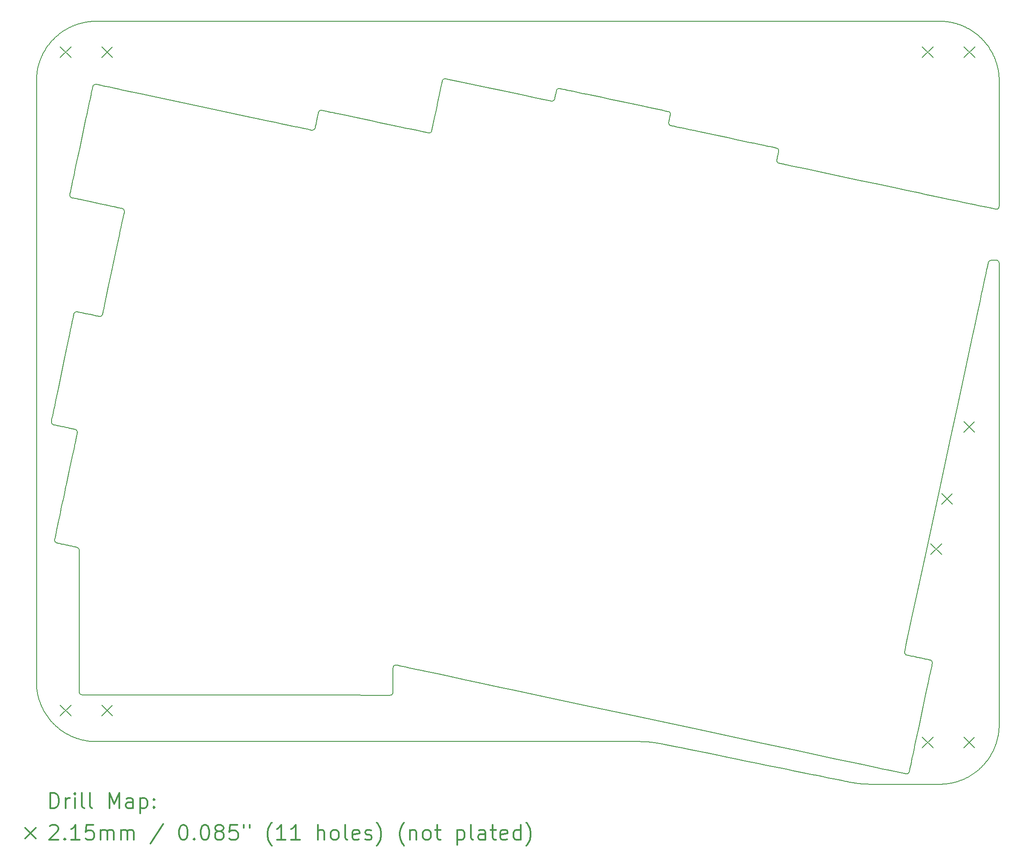
<source format=gbr>
%FSLAX45Y45*%
G04 Gerber Fmt 4.5, Leading zero omitted, Abs format (unit mm)*
G04 Created by KiCad (PCBNEW (5.1.5-0-10_14)) date 2020-04-18 19:29:30*
%MOMM*%
%LPD*%
G04 APERTURE LIST*
%TA.AperFunction,Profile*%
%ADD10C,0.200000*%
%TD*%
%ADD11C,0.200000*%
%ADD12C,0.300000*%
G04 APERTURE END LIST*
D10*
X20510500Y-6148863D02*
X20510500Y-15323416D01*
X13818107Y-15707127D02*
X13800291Y-15703561D01*
X13800291Y-15703561D02*
X13783138Y-15700263D01*
X13783138Y-15700263D02*
X13766078Y-15697112D01*
X13766078Y-15697112D02*
X13748998Y-15694088D01*
X13748998Y-15694088D02*
X13731554Y-15691131D01*
X13731554Y-15691131D02*
X13714320Y-15688342D01*
X13714320Y-15688342D02*
X13696608Y-15685612D01*
X13696608Y-15685612D02*
X13678992Y-15683032D01*
X13678992Y-15683032D02*
X13660897Y-15680522D01*
X13660897Y-15680522D02*
X13641516Y-15677992D01*
X13641516Y-15677992D02*
X13623501Y-15675786D01*
X13623501Y-15675786D02*
X13604314Y-15673590D01*
X13604314Y-15673590D02*
X13586152Y-15671657D01*
X13586152Y-15671657D02*
X13567513Y-15669821D01*
X13567513Y-15669821D02*
X13548743Y-15668122D01*
X13548743Y-15668122D02*
X13530192Y-15666591D01*
X13530192Y-15666591D02*
X13510701Y-15665140D01*
X13510701Y-15665140D02*
X13491197Y-15663850D01*
X13491197Y-15663850D02*
X13471914Y-15662733D01*
X13471914Y-15662733D02*
X13452737Y-15661780D01*
X13452737Y-15661780D02*
X13432505Y-15660942D01*
X13432505Y-15660942D02*
X13413077Y-15660300D01*
X13413077Y-15660300D02*
X13392596Y-15659797D01*
X13392596Y-15659797D02*
X13372107Y-15659471D01*
X13372107Y-15659471D02*
X13351613Y-15659322D01*
X13351613Y-15659322D02*
X13344625Y-15659312D01*
X11783740Y-2675760D02*
X11764641Y-2674838D01*
X11764641Y-2674838D02*
X11748570Y-2679049D01*
X11748570Y-2679049D02*
X11735813Y-2686374D01*
X11735813Y-2686374D02*
X11725550Y-2696226D01*
X11725550Y-2696226D02*
X11717805Y-2708543D01*
X11717805Y-2708543D02*
X11713522Y-2721350D01*
X13930156Y-3131976D02*
X13878320Y-3120959D01*
X13878320Y-3120959D02*
X13835523Y-3111862D01*
X13835523Y-3111862D02*
X13786803Y-3101507D01*
X13786803Y-3101507D02*
X13704181Y-3083946D01*
X13704181Y-3083946D02*
X13576467Y-3056800D01*
X13576467Y-3056800D02*
X13432957Y-3026297D01*
X13432957Y-3026297D02*
X13277162Y-2993183D01*
X13277162Y-2993183D02*
X13028551Y-2940340D01*
X13028551Y-2940340D02*
X12771164Y-2885631D01*
X12771164Y-2885631D02*
X12601328Y-2849532D01*
X12601328Y-2849532D02*
X12477460Y-2823204D01*
X12477460Y-2823204D02*
X12397148Y-2806133D01*
X12397148Y-2806133D02*
X12319250Y-2789576D01*
X12319250Y-2789576D02*
X12244203Y-2773625D01*
X12244203Y-2773625D02*
X12172447Y-2758374D01*
X12172447Y-2758374D02*
X12104420Y-2743915D01*
X12104420Y-2743915D02*
X12040561Y-2730342D01*
X12040561Y-2730342D02*
X11981309Y-2717748D01*
X11981309Y-2717748D02*
X11927102Y-2706228D01*
X11927102Y-2706228D02*
X11878380Y-2695872D01*
X11878380Y-2695872D02*
X11845897Y-2688969D01*
X11845897Y-2688969D02*
X11826060Y-2684753D01*
X11826060Y-2684753D02*
X11807842Y-2680881D01*
X11807842Y-2680881D02*
X11787482Y-2676554D01*
X11787482Y-2676554D02*
X11783740Y-2675760D01*
X13975778Y-3202194D02*
X13976688Y-3183028D01*
X13976688Y-3183028D02*
X13972512Y-3167106D01*
X13972512Y-3167106D02*
X13965199Y-3154337D01*
X13965199Y-3154337D02*
X13955355Y-3144061D01*
X13955355Y-3144061D02*
X13943048Y-3136298D01*
X13943048Y-3136298D02*
X13930156Y-3131976D01*
X20163637Y-1684742D02*
X20175738Y-1697021D01*
X20175738Y-1697021D02*
X20185594Y-1707290D01*
X20185594Y-1707290D02*
X20195315Y-1717665D01*
X20195315Y-1717665D02*
X20205820Y-1729164D01*
X20205820Y-1729164D02*
X20216463Y-1741130D01*
X20216463Y-1741130D02*
X20225967Y-1752097D01*
X20225967Y-1752097D02*
X20235180Y-1762993D01*
X20235180Y-1762993D02*
X20244470Y-1774255D01*
X20244470Y-1774255D02*
X20253611Y-1785619D01*
X20253611Y-1785619D02*
X20262604Y-1797086D01*
X20262604Y-1797086D02*
X20271448Y-1808654D01*
X20271448Y-1808654D02*
X20280143Y-1820319D01*
X20280143Y-1820319D02*
X20288885Y-1832360D01*
X20288885Y-1832360D02*
X20297275Y-1844221D01*
X20297275Y-1844221D02*
X20305577Y-1856271D01*
X20305577Y-1856271D02*
X20313662Y-1868320D01*
X20313662Y-1868320D02*
X20321839Y-1880841D01*
X20321839Y-1880841D02*
X20330094Y-1893842D01*
X20330094Y-1893842D02*
X20337940Y-1906555D01*
X20337940Y-1906555D02*
X20345621Y-1919360D01*
X20345621Y-1919360D02*
X20353305Y-1932550D01*
X20353305Y-1932550D02*
X20360926Y-1946030D01*
X20360926Y-1946030D02*
X20368314Y-1959504D01*
X20368314Y-1959504D02*
X20375262Y-1972568D01*
X20375262Y-1972568D02*
X20382147Y-1985915D01*
X20382147Y-1985915D02*
X20389010Y-1999650D01*
X20389010Y-1999650D02*
X20395693Y-2013470D01*
X20395693Y-2013470D02*
X20402949Y-2029014D01*
X20402949Y-2029014D02*
X20409248Y-2043008D01*
X20409248Y-2043008D02*
X20415366Y-2057081D01*
X20415366Y-2057081D02*
X20421472Y-2071650D01*
X20421472Y-2071650D02*
X20427259Y-2085984D01*
X20427259Y-2085984D02*
X20433099Y-2101025D01*
X20433099Y-2101025D02*
X20438619Y-2115828D01*
X20438619Y-2115828D02*
X20443941Y-2130706D01*
X20443941Y-2130706D02*
X20449065Y-2145655D01*
X20449065Y-2145655D02*
X20454266Y-2161536D01*
X20454266Y-2161536D02*
X20459343Y-2177817D01*
X20459343Y-2177817D02*
X20463997Y-2193523D01*
X20463997Y-2193523D02*
X20468525Y-2209625D01*
X20468525Y-2209625D02*
X20472828Y-2225796D01*
X20472828Y-2225796D02*
X20477223Y-2243354D01*
X20477223Y-2243354D02*
X20481152Y-2260103D01*
X20481152Y-2260103D02*
X20484816Y-2276807D01*
X20484816Y-2276807D02*
X20488436Y-2294574D01*
X20488436Y-2294574D02*
X20491646Y-2311626D01*
X20491646Y-2311626D02*
X20494662Y-2329073D01*
X20494662Y-2329073D02*
X20497488Y-2347027D01*
X20497488Y-2347027D02*
X20499978Y-2364587D01*
X20499978Y-2364587D02*
X20502262Y-2382653D01*
X20502262Y-2382653D02*
X20504269Y-2400771D01*
X20504269Y-2400771D02*
X20506038Y-2419393D01*
X20506038Y-2419393D02*
X20507547Y-2438518D01*
X20507547Y-2438518D02*
X20508747Y-2457692D01*
X20508747Y-2457692D02*
X20509637Y-2476909D01*
X20509637Y-2476909D02*
X20510225Y-2496626D01*
X20510225Y-2496626D02*
X20510486Y-2516381D01*
X20510486Y-2516381D02*
X20510500Y-2522131D01*
X19326246Y-1337880D02*
X19347160Y-1338064D01*
X19347160Y-1338064D02*
X19367344Y-1338592D01*
X19367344Y-1338592D02*
X19386570Y-1339416D01*
X19386570Y-1339416D02*
X19405753Y-1340549D01*
X19405753Y-1340549D02*
X19426255Y-1342107D01*
X19426255Y-1342107D02*
X19444884Y-1343834D01*
X19444884Y-1343834D02*
X19463009Y-1345799D01*
X19463009Y-1345799D02*
X19481082Y-1348041D01*
X19481082Y-1348041D02*
X19498652Y-1350492D01*
X19498652Y-1350492D02*
X19516166Y-1353203D01*
X19516166Y-1353203D02*
X19533623Y-1356173D01*
X19533623Y-1356173D02*
X19551020Y-1359402D01*
X19551020Y-1359402D02*
X19567911Y-1362795D01*
X19567911Y-1362795D02*
X19585623Y-1366629D01*
X19585623Y-1366629D02*
X19602383Y-1370520D01*
X19602383Y-1370520D02*
X19619075Y-1374651D01*
X19619075Y-1374651D02*
X19635261Y-1378904D01*
X19635261Y-1378904D02*
X19653551Y-1384007D01*
X19653551Y-1384007D02*
X19670344Y-1388971D01*
X19670344Y-1388971D02*
X19685981Y-1393838D01*
X19685981Y-1393838D02*
X19701437Y-1398884D01*
X19701437Y-1398884D02*
X19716393Y-1403991D01*
X19716393Y-1403991D02*
X19731701Y-1409451D01*
X19731701Y-1409451D02*
X19746930Y-1415119D01*
X19746930Y-1415119D02*
X19761974Y-1420954D01*
X19761974Y-1420954D02*
X19776310Y-1426736D01*
X19776310Y-1426736D02*
X19790465Y-1432659D01*
X19790465Y-1432659D02*
X19804544Y-1438766D01*
X19804544Y-1438766D02*
X19818440Y-1445008D01*
X19818440Y-1445008D02*
X19832460Y-1451525D01*
X19832460Y-1451525D02*
X19846294Y-1458176D01*
X19846294Y-1458176D02*
X19860044Y-1465008D01*
X19860044Y-1465008D02*
X19873307Y-1471810D01*
X19873307Y-1471810D02*
X19886487Y-1478780D01*
X19886487Y-1478780D02*
X19900372Y-1486355D01*
X19900372Y-1486355D02*
X19913375Y-1493670D01*
X19913375Y-1493670D02*
X19926679Y-1501379D01*
X19926679Y-1501379D02*
X19939501Y-1509030D01*
X19939501Y-1509030D02*
X19952231Y-1516846D01*
X19952231Y-1516846D02*
X19964868Y-1524826D01*
X19964868Y-1524826D02*
X19977031Y-1532720D01*
X19977031Y-1532720D02*
X19989197Y-1540830D01*
X19989197Y-1540830D02*
X20001177Y-1549030D01*
X20001177Y-1549030D02*
X20012969Y-1557316D01*
X20012969Y-1557316D02*
X20024760Y-1565818D01*
X20024760Y-1565818D02*
X20037181Y-1575016D01*
X20037181Y-1575016D02*
X20048770Y-1583827D01*
X20048770Y-1583827D02*
X20060259Y-1592787D01*
X20060259Y-1592787D02*
X20071381Y-1601682D01*
X20071381Y-1601682D02*
X20083194Y-1611372D01*
X20083194Y-1611372D02*
X20094371Y-1620780D01*
X20094371Y-1620780D02*
X20105184Y-1630108D01*
X20105184Y-1630108D02*
X20115809Y-1639500D01*
X20115809Y-1639500D02*
X20126922Y-1649570D01*
X20126922Y-1649570D02*
X20137419Y-1659320D01*
X20137419Y-1659320D02*
X20147726Y-1669128D01*
X20147726Y-1669128D02*
X20157926Y-1679070D01*
X20157926Y-1679070D02*
X20163637Y-1684742D01*
X2567048Y-1337880D02*
X19326246Y-1337880D01*
X1729657Y-1684742D02*
X1740946Y-1673601D01*
X1740946Y-1673601D02*
X1751204Y-1663732D01*
X1751204Y-1663732D02*
X1761567Y-1653999D01*
X1761567Y-1653999D02*
X1773054Y-1643479D01*
X1773054Y-1643479D02*
X1783635Y-1634030D01*
X1783635Y-1634030D02*
X1795010Y-1624122D01*
X1795010Y-1624122D02*
X1806150Y-1614663D01*
X1806150Y-1614663D02*
X1817306Y-1605423D01*
X1817306Y-1605423D02*
X1828386Y-1596470D01*
X1828386Y-1596470D02*
X1839833Y-1587449D01*
X1839833Y-1587449D02*
X1851381Y-1578577D01*
X1851381Y-1578577D02*
X1863028Y-1569855D01*
X1863028Y-1569855D02*
X1874773Y-1561283D01*
X1874773Y-1561283D02*
X1886986Y-1552600D01*
X1886986Y-1552600D02*
X1899299Y-1544079D01*
X1899299Y-1544079D02*
X1911428Y-1535908D01*
X1911428Y-1535908D02*
X1923840Y-1527768D01*
X1923840Y-1527768D02*
X1936059Y-1519970D01*
X1936059Y-1519970D02*
X1948462Y-1512267D01*
X1948462Y-1512267D02*
X1961149Y-1504605D01*
X1961149Y-1504605D02*
X1974414Y-1496823D01*
X1974414Y-1496823D02*
X1987774Y-1489217D01*
X1987774Y-1489217D02*
X2000830Y-1482003D01*
X2000830Y-1482003D02*
X2014371Y-1474746D01*
X2014371Y-1474746D02*
X2028403Y-1467462D01*
X2028403Y-1467462D02*
X2041718Y-1460767D01*
X2041718Y-1460767D02*
X2055520Y-1454047D01*
X2055520Y-1454047D02*
X2069407Y-1447507D01*
X2069407Y-1447507D02*
X2083787Y-1440964D01*
X2083787Y-1440964D02*
X2097838Y-1434793D01*
X2097838Y-1434793D02*
X2111967Y-1428805D01*
X2111967Y-1428805D02*
X2126172Y-1423000D01*
X2126172Y-1423000D02*
X2140873Y-1417217D01*
X2140873Y-1417217D02*
X2155650Y-1411630D01*
X2155650Y-1411630D02*
X2170928Y-1406089D01*
X2170928Y-1406089D02*
X2185856Y-1400903D01*
X2185856Y-1400903D02*
X2201714Y-1395636D01*
X2201714Y-1395636D02*
X2217217Y-1390725D01*
X2217217Y-1390725D02*
X2232791Y-1386027D01*
X2232791Y-1386027D02*
X2248868Y-1381419D01*
X2248868Y-1381419D02*
X2265016Y-1377037D01*
X2265016Y-1377037D02*
X2281232Y-1372882D01*
X2281232Y-1372882D02*
X2297953Y-1368852D01*
X2297953Y-1368852D02*
X2314741Y-1365063D01*
X2314741Y-1365063D02*
X2331594Y-1361517D01*
X2331594Y-1361517D02*
X2349399Y-1358046D01*
X2349399Y-1358046D02*
X2366821Y-1354923D01*
X2366821Y-1354923D02*
X2384303Y-1352059D01*
X2384303Y-1352059D02*
X2401728Y-1349470D01*
X2401728Y-1349470D02*
X2419545Y-1347097D01*
X2419545Y-1347097D02*
X2437527Y-1344980D01*
X2437527Y-1344980D02*
X2455672Y-1343125D01*
X2455672Y-1343125D02*
X2474776Y-1341477D01*
X2474776Y-1341477D02*
X2493472Y-1340166D01*
X2493472Y-1340166D02*
X2512669Y-1339128D01*
X2512669Y-1339128D02*
X2533743Y-1338348D01*
X2533743Y-1338348D02*
X2553484Y-1337958D01*
X2553484Y-1337958D02*
X2567048Y-1337880D01*
X1382794Y-2522131D02*
X1382962Y-2502135D01*
X1382962Y-2502135D02*
X1383506Y-2481032D01*
X1383506Y-2481032D02*
X1384353Y-2461349D01*
X1384353Y-2461349D02*
X1385486Y-2442281D01*
X1385486Y-2442281D02*
X1386906Y-2423487D01*
X1386906Y-2423487D02*
X1388702Y-2403947D01*
X1388702Y-2403947D02*
X1390660Y-2385820D01*
X1390660Y-2385820D02*
X1392895Y-2367745D01*
X1392895Y-2367745D02*
X1395339Y-2350175D01*
X1395339Y-2350175D02*
X1398044Y-2332659D01*
X1398044Y-2332659D02*
X1401008Y-2315200D01*
X1401008Y-2315200D02*
X1404144Y-2298247D01*
X1404144Y-2298247D02*
X1407524Y-2281353D01*
X1407524Y-2281353D02*
X1411246Y-2264080D01*
X1411246Y-2264080D02*
X1415013Y-2247755D01*
X1415013Y-2247755D02*
X1419008Y-2231494D01*
X1419008Y-2231494D02*
X1423230Y-2215299D01*
X1423230Y-2215299D02*
X1427556Y-2199607D01*
X1427556Y-2199607D02*
X1432354Y-2183116D01*
X1432354Y-2183116D02*
X1437388Y-2166703D01*
X1437388Y-2166703D02*
X1442340Y-2151333D01*
X1442340Y-2151333D02*
X1447868Y-2134970D01*
X1447868Y-2134970D02*
X1453287Y-2119647D01*
X1453287Y-2119647D02*
X1458915Y-2104402D01*
X1458915Y-2104402D02*
X1464751Y-2089238D01*
X1464751Y-2089238D02*
X1470623Y-2074573D01*
X1470623Y-2074573D02*
X1476515Y-2060404D01*
X1476515Y-2060404D02*
X1482770Y-2045899D01*
X1482770Y-2045899D02*
X1489032Y-2031889D01*
X1489032Y-2031889D02*
X1495476Y-2017959D01*
X1495476Y-2017959D02*
X1502299Y-2003706D01*
X1502299Y-2003706D02*
X1508957Y-1990249D01*
X1508957Y-1990249D02*
X1516098Y-1976272D01*
X1516098Y-1976272D02*
X1523107Y-1962986D01*
X1523107Y-1962986D02*
X1530230Y-1949884D01*
X1530230Y-1949884D02*
X1537465Y-1936967D01*
X1537465Y-1936967D02*
X1544863Y-1924137D01*
X1544863Y-1924137D02*
X1552541Y-1911201D01*
X1552541Y-1911201D02*
X1560327Y-1898454D01*
X1560327Y-1898454D02*
X1568216Y-1885896D01*
X1568216Y-1885896D02*
X1576142Y-1873620D01*
X1576142Y-1873620D02*
X1584160Y-1861531D01*
X1584160Y-1861531D02*
X1592847Y-1848787D01*
X1592847Y-1848787D02*
X1601441Y-1836519D01*
X1601441Y-1836519D02*
X1610464Y-1823985D01*
X1610464Y-1823985D02*
X1619112Y-1812289D01*
X1619112Y-1812289D02*
X1628187Y-1800329D01*
X1628187Y-1800329D02*
X1637138Y-1788834D01*
X1637138Y-1788834D02*
X1646453Y-1777175D01*
X1646453Y-1777175D02*
X1656360Y-1765097D01*
X1656360Y-1765097D02*
X1665768Y-1753920D01*
X1665768Y-1753920D02*
X1675324Y-1742850D01*
X1675324Y-1742850D02*
X1685025Y-1731887D01*
X1685025Y-1731887D02*
X1694562Y-1721371D01*
X1694562Y-1721371D02*
X1704235Y-1710960D01*
X1704235Y-1710960D02*
X1714042Y-1700653D01*
X1714042Y-1700653D02*
X1723985Y-1690453D01*
X1723985Y-1690453D02*
X1729657Y-1684742D01*
X1382794Y-14475061D02*
X1382794Y-2522131D01*
X2567048Y-15659312D02*
X2547206Y-15659148D01*
X2547206Y-15659148D02*
X2526730Y-15658638D01*
X2526730Y-15658638D02*
X2507288Y-15657830D01*
X2507288Y-15657830D02*
X2487457Y-15656679D01*
X2487457Y-15656679D02*
X2468183Y-15655243D01*
X2468183Y-15655243D02*
X2449463Y-15653547D01*
X2449463Y-15653547D02*
X2431293Y-15651615D01*
X2431293Y-15651615D02*
X2413206Y-15649410D01*
X2413206Y-15649410D02*
X2394743Y-15646868D01*
X2394743Y-15646868D02*
X2376831Y-15644116D01*
X2376831Y-15644116D02*
X2358551Y-15641018D01*
X2358551Y-15641018D02*
X2339915Y-15637553D01*
X2339915Y-15637553D02*
X2323185Y-15634178D01*
X2323185Y-15634178D02*
X2305196Y-15630265D01*
X2305196Y-15630265D02*
X2288648Y-15626404D01*
X2288648Y-15626404D02*
X2271302Y-15622086D01*
X2271302Y-15622086D02*
X2255381Y-15617874D01*
X2255381Y-15617874D02*
X2239110Y-15613321D01*
X2239110Y-15613321D02*
X2222934Y-15608543D01*
X2222934Y-15608543D02*
X2207288Y-15603681D01*
X2207288Y-15603681D02*
X2191306Y-15598464D01*
X2191306Y-15598464D02*
X2176280Y-15593328D01*
X2176280Y-15593328D02*
X2161345Y-15587996D01*
X2161345Y-15587996D02*
X2146503Y-15582471D01*
X2146503Y-15582471D02*
X2131336Y-15576588D01*
X2131336Y-15576588D02*
X2116688Y-15570675D01*
X2116688Y-15570675D02*
X2102552Y-15564751D01*
X2102552Y-15564751D02*
X2088098Y-15558467D01*
X2088098Y-15558467D02*
X2073336Y-15551810D01*
X2073336Y-15551810D02*
X2058682Y-15544958D01*
X2058682Y-15544958D02*
X2043735Y-15537714D01*
X2043735Y-15537714D02*
X2029705Y-15530675D01*
X2029705Y-15530675D02*
X2014593Y-15522830D01*
X2014593Y-15522830D02*
X2001181Y-15515632D01*
X2001181Y-15515632D02*
X1987872Y-15508268D01*
X1987872Y-15508268D02*
X1975055Y-15500963D01*
X1975055Y-15500963D02*
X1961955Y-15493275D01*
X1961955Y-15493275D02*
X1948963Y-15485424D01*
X1948963Y-15485424D02*
X1936080Y-15477413D01*
X1936080Y-15477413D02*
X1923308Y-15469242D01*
X1923308Y-15469242D02*
X1909907Y-15460418D01*
X1909907Y-15460418D02*
X1896633Y-15451417D01*
X1896633Y-15451417D02*
X1883852Y-15442500D01*
X1883852Y-15442500D02*
X1871915Y-15433944D01*
X1871915Y-15433944D02*
X1859375Y-15424712D01*
X1859375Y-15424712D02*
X1846609Y-15415049D01*
X1846609Y-15415049D02*
X1835026Y-15406044D01*
X1835026Y-15406044D02*
X1822521Y-15396061D01*
X1822521Y-15396061D02*
X1811522Y-15387049D01*
X1811522Y-15387049D02*
X1800633Y-15377908D01*
X1800633Y-15377908D02*
X1789856Y-15368640D01*
X1789856Y-15368640D02*
X1779193Y-15359245D01*
X1779193Y-15359245D02*
X1768643Y-15349725D01*
X1768643Y-15349725D02*
X1757237Y-15339170D01*
X1757237Y-15339170D02*
X1746931Y-15329391D01*
X1746931Y-15329391D02*
X1736742Y-15319490D01*
X1736742Y-15319490D02*
X1726672Y-15309469D01*
X1726672Y-15309469D02*
X1716722Y-15299328D01*
X1716722Y-15299328D02*
X1706588Y-15288747D01*
X1706588Y-15288747D02*
X1695682Y-15277062D01*
X1695682Y-15277062D02*
X1686119Y-15266552D01*
X1686119Y-15266552D02*
X1676681Y-15255928D01*
X1676681Y-15255928D02*
X1667080Y-15244852D01*
X1667080Y-15244852D02*
X1657899Y-15233999D01*
X1657899Y-15233999D02*
X1648847Y-15223034D01*
X1648847Y-15223034D02*
X1639648Y-15211611D01*
X1639648Y-15211611D02*
X1630043Y-15199371D01*
X1630043Y-15199371D02*
X1621131Y-15187711D01*
X1621131Y-15187711D02*
X1612098Y-15175581D01*
X1612098Y-15175581D02*
X1603217Y-15163331D01*
X1603217Y-15163331D02*
X1594489Y-15150965D01*
X1594489Y-15150965D02*
X1586166Y-15138852D01*
X1586166Y-15138852D02*
X1577989Y-15126631D01*
X1577989Y-15126631D02*
X1569961Y-15114303D01*
X1569961Y-15114303D02*
X1561846Y-15101492D01*
X1561846Y-15101492D02*
X1554123Y-15088952D01*
X1554123Y-15088952D02*
X1546325Y-15075925D01*
X1546325Y-15075925D02*
X1538912Y-15063178D01*
X1538912Y-15063178D02*
X1531654Y-15050331D01*
X1531654Y-15050331D02*
X1524126Y-15036598D01*
X1524126Y-15036598D02*
X1516775Y-15022755D01*
X1516775Y-15022755D02*
X1509805Y-15009204D01*
X1509805Y-15009204D02*
X1502808Y-14995150D01*
X1502808Y-14995150D02*
X1495992Y-14980990D01*
X1495992Y-14980990D02*
X1489546Y-14967136D01*
X1489546Y-14967136D02*
X1483092Y-14952774D01*
X1483092Y-14952774D02*
X1476824Y-14938311D01*
X1476824Y-14938311D02*
X1470915Y-14924167D01*
X1470915Y-14924167D02*
X1464687Y-14908670D01*
X1464687Y-14908670D02*
X1458832Y-14893489D01*
X1458832Y-14893489D02*
X1453027Y-14877782D01*
X1453027Y-14877782D02*
X1447734Y-14862829D01*
X1447734Y-14862829D02*
X1442494Y-14847354D01*
X1442494Y-14847354D02*
X1437326Y-14831350D01*
X1437326Y-14831350D02*
X1432510Y-14815684D01*
X1432510Y-14815684D02*
X1427780Y-14799487D01*
X1427780Y-14799487D02*
X1423276Y-14783196D01*
X1423276Y-14783196D02*
X1419112Y-14767255D01*
X1419112Y-14767255D02*
X1415058Y-14750782D01*
X1415058Y-14750782D02*
X1411135Y-14733770D01*
X1411135Y-14733770D02*
X1407457Y-14716666D01*
X1407457Y-14716666D02*
X1404114Y-14699925D01*
X1404114Y-14699925D02*
X1400845Y-14682188D01*
X1400845Y-14682188D02*
X1397914Y-14664818D01*
X1397914Y-14664818D02*
X1395170Y-14646904D01*
X1395170Y-14646904D02*
X1392634Y-14628439D01*
X1392634Y-14628439D02*
X1390437Y-14610350D01*
X1390437Y-14610350D02*
X1388512Y-14592177D01*
X1388512Y-14592177D02*
X1386784Y-14572986D01*
X1386784Y-14572986D02*
X1385363Y-14553708D01*
X1385363Y-14553708D02*
X1384252Y-14534347D01*
X1384252Y-14534347D02*
X1383436Y-14514427D01*
X1383436Y-14514427D02*
X1382957Y-14494902D01*
X1382957Y-14494902D02*
X1382794Y-14475061D01*
X13344625Y-15659312D02*
X2567048Y-15659312D01*
X20451311Y-6089642D02*
X20468778Y-6092263D01*
X20468778Y-6092263D02*
X20482568Y-6098565D01*
X20482568Y-6098565D02*
X20493691Y-6107522D01*
X20493691Y-6107522D02*
X20502364Y-6118880D01*
X20502364Y-6118880D02*
X20508340Y-6132956D01*
X20508340Y-6132956D02*
X20510500Y-6148863D01*
X20351952Y-6089642D02*
X20451311Y-6089642D01*
X20294047Y-6136423D02*
X20299336Y-6121656D01*
X20299336Y-6121656D02*
X20307505Y-6109715D01*
X20307505Y-6109715D02*
X20318077Y-6100281D01*
X20318077Y-6100281D02*
X20331308Y-6093348D01*
X20331308Y-6093348D02*
X20347810Y-6089785D01*
X20347810Y-6089785D02*
X20351952Y-6089642D01*
X18631705Y-13868036D02*
X18639162Y-13833349D01*
X18639162Y-13833349D02*
X18659896Y-13736916D01*
X18659896Y-13736916D02*
X18687200Y-13609922D01*
X18687200Y-13609922D02*
X18720620Y-13454487D01*
X18720620Y-13454487D02*
X18780595Y-13175542D01*
X18780595Y-13175542D02*
X18878650Y-12719487D01*
X18878650Y-12719487D02*
X19053714Y-11905263D01*
X19053714Y-11905263D02*
X19325431Y-10641507D01*
X19325431Y-10641507D02*
X19539699Y-9644947D01*
X19539699Y-9644947D02*
X19680521Y-8989978D01*
X19680521Y-8989978D02*
X19815701Y-8361253D01*
X19815701Y-8361253D02*
X19910812Y-7918889D01*
X19910812Y-7918889D02*
X19970749Y-7640119D01*
X19970749Y-7640119D02*
X20027223Y-7377456D01*
X20027223Y-7377456D02*
X20079778Y-7133021D01*
X20079778Y-7133021D02*
X20127957Y-6908935D01*
X20127957Y-6908935D02*
X20160784Y-6756252D01*
X20160784Y-6756252D02*
X20181165Y-6661460D01*
X20181165Y-6661460D02*
X20209366Y-6530296D01*
X20209366Y-6530296D02*
X20233976Y-6415827D01*
X20233976Y-6415827D02*
X20248613Y-6347748D01*
X20248613Y-6347748D02*
X20261672Y-6287010D01*
X20261672Y-6287010D02*
X20273095Y-6233879D01*
X20273095Y-6233879D02*
X20282826Y-6188618D01*
X20282826Y-6188618D02*
X20290807Y-6151495D01*
X20290807Y-6151495D02*
X20294047Y-6136423D01*
X18639914Y-13912686D02*
X18633398Y-13899111D01*
X18633398Y-13899111D02*
X18630408Y-13881917D01*
X18630408Y-13881917D02*
X18631705Y-13868036D01*
X18677295Y-13938411D02*
X18662529Y-13933154D01*
X18662529Y-13933154D02*
X18650586Y-13925025D01*
X18650586Y-13925025D02*
X18641083Y-13914421D01*
X18641083Y-13914421D02*
X18639914Y-13912686D01*
X19136646Y-14036046D02*
X19108605Y-14030084D01*
X19108605Y-14030084D02*
X19076625Y-14023285D01*
X19076625Y-14023285D02*
X19048612Y-14017330D01*
X19048612Y-14017330D02*
X19018903Y-14011014D01*
X19018903Y-14011014D02*
X18987875Y-14004418D01*
X18987875Y-14004418D02*
X18955904Y-13997622D01*
X18955904Y-13997622D02*
X18935599Y-13993306D01*
X18935599Y-13993306D02*
X18915187Y-13988967D01*
X18915187Y-13988967D02*
X18890643Y-13983750D01*
X18890643Y-13983750D02*
X18858104Y-13976834D01*
X18858104Y-13976834D02*
X18834076Y-13971727D01*
X18834076Y-13971727D02*
X18802783Y-13965077D01*
X18802783Y-13965077D02*
X18772713Y-13958686D01*
X18772713Y-13958686D02*
X18737353Y-13951172D01*
X18737353Y-13951172D02*
X18717745Y-13947005D01*
X18717745Y-13947005D02*
X18696499Y-13942491D01*
X18696499Y-13942491D02*
X18677295Y-13938411D01*
X1789755Y-11710659D02*
X1814970Y-11716021D01*
X1814970Y-11716021D02*
X1843325Y-11722050D01*
X1843325Y-11722050D02*
X1861684Y-11725953D01*
X1861684Y-11725953D02*
X1887293Y-11731398D01*
X1887293Y-11731398D02*
X1903876Y-11734923D01*
X1903876Y-11734923D02*
X1924215Y-11739247D01*
X1924215Y-11739247D02*
X1941446Y-11742910D01*
X1941446Y-11742910D02*
X1976371Y-11750333D01*
X1976371Y-11750333D02*
X1997414Y-11754806D01*
X1997414Y-11754806D02*
X2025292Y-11760731D01*
X2025292Y-11760731D02*
X2052681Y-11766551D01*
X2052681Y-11766551D02*
X2079265Y-11772201D01*
X2079265Y-11772201D02*
X2101609Y-11776948D01*
X2101609Y-11776948D02*
X2128764Y-11782717D01*
X2128764Y-11782717D02*
X2151050Y-11787451D01*
X2151050Y-11787451D02*
X2171274Y-11791746D01*
X2171274Y-11791746D02*
X2184872Y-11794633D01*
X1752405Y-11684997D02*
X1761528Y-11695908D01*
X1761528Y-11695908D02*
X1773195Y-11704446D01*
X1773195Y-11704446D02*
X1787649Y-11710173D01*
X1787649Y-11710173D02*
X1789755Y-11710659D01*
X1744133Y-11640441D02*
X1743251Y-11659649D01*
X1743251Y-11659649D02*
X1747405Y-11675511D01*
X1747405Y-11675511D02*
X1752405Y-11684997D01*
X2194648Y-9520853D02*
X2189570Y-9544749D01*
X2189570Y-9544749D02*
X2183731Y-9572225D01*
X2183731Y-9572225D02*
X2174731Y-9614578D01*
X2174731Y-9614578D02*
X2164491Y-9662759D01*
X2164491Y-9662759D02*
X2153105Y-9716335D01*
X2153105Y-9716335D02*
X2143837Y-9759943D01*
X2143837Y-9759943D02*
X2137370Y-9790373D01*
X2137370Y-9790373D02*
X2127259Y-9837946D01*
X2127259Y-9837946D02*
X2112982Y-9905119D01*
X2112982Y-9905119D02*
X2097926Y-9975960D01*
X2097926Y-9975960D02*
X2082181Y-10050038D01*
X2082181Y-10050038D02*
X2057532Y-10166012D01*
X2057532Y-10166012D02*
X2023014Y-10328413D01*
X2023014Y-10328413D02*
X1996346Y-10453882D01*
X1996346Y-10453882D02*
X1978399Y-10538320D01*
X1978399Y-10538320D02*
X1964904Y-10601810D01*
X1964904Y-10601810D02*
X1955913Y-10644110D01*
X1955913Y-10644110D02*
X1942458Y-10707411D01*
X1942458Y-10707411D02*
X1915789Y-10832880D01*
X1915789Y-10832880D02*
X1889809Y-10955112D01*
X1889809Y-10955112D02*
X1872962Y-11034370D01*
X1872962Y-11034370D02*
X1856620Y-11111254D01*
X1856620Y-11111254D02*
X1840874Y-11185333D01*
X1840874Y-11185333D02*
X1818470Y-11290731D01*
X1818470Y-11290731D02*
X1801425Y-11370920D01*
X1801425Y-11370920D02*
X1794957Y-11401350D01*
X1794957Y-11401350D02*
X1785687Y-11444958D01*
X1785687Y-11444958D02*
X1774299Y-11498534D01*
X1774299Y-11498534D02*
X1764057Y-11546715D01*
X1764057Y-11546715D02*
X1755054Y-11589068D01*
X1755054Y-11589068D02*
X1747381Y-11625163D01*
X1747381Y-11625163D02*
X1744133Y-11640441D01*
X2186408Y-9476296D02*
X2192931Y-9489854D01*
X2192931Y-9489854D02*
X2195933Y-9506869D01*
X2195933Y-9506869D02*
X2194648Y-9520853D01*
X2149058Y-9450634D02*
X2163891Y-9455928D01*
X2163891Y-9455928D02*
X2175940Y-9464167D01*
X2175940Y-9464167D02*
X2185461Y-9474885D01*
X2185461Y-9474885D02*
X2186408Y-9476296D01*
X3128108Y-5129363D02*
X3119461Y-5170045D01*
X3119461Y-5170045D02*
X3115427Y-5189023D01*
X3115427Y-5189023D02*
X3104190Y-5241890D01*
X3104190Y-5241890D02*
X3082307Y-5344844D01*
X3082307Y-5344844D02*
X3063248Y-5434508D01*
X3063248Y-5434508D02*
X3049574Y-5498842D01*
X3049574Y-5498842D02*
X3027783Y-5601363D01*
X3027783Y-5601363D02*
X2996531Y-5748397D01*
X2996531Y-5748397D02*
X2946704Y-5982826D01*
X2946704Y-5982826D02*
X2877954Y-6306282D01*
X2877954Y-6306282D02*
X2811980Y-6616677D01*
X2811980Y-6616677D02*
X2768052Y-6823352D01*
X2768052Y-6823352D02*
X2742352Y-6944264D01*
X2742352Y-6944264D02*
X2720469Y-7047218D01*
X2720469Y-7047218D02*
X2709231Y-7100085D01*
X2709231Y-7100085D02*
X2705197Y-7119063D01*
X2705197Y-7119063D02*
X2699708Y-7144891D01*
X2699708Y-7144891D02*
X2696550Y-7159745D01*
X3082518Y-5059114D02*
X3097288Y-5064365D01*
X3097288Y-5064365D02*
X3109215Y-5072488D01*
X3109215Y-5072488D02*
X3118681Y-5083061D01*
X3118681Y-5083061D02*
X3125609Y-5096177D01*
X3125609Y-5096177D02*
X3129251Y-5112627D01*
X3129251Y-5112627D02*
X3128108Y-5129363D01*
X2092125Y-4848615D02*
X2121554Y-4854868D01*
X2121554Y-4854868D02*
X2144045Y-4859647D01*
X2144045Y-4859647D02*
X2162336Y-4863535D01*
X2162336Y-4863535D02*
X2195065Y-4870490D01*
X2195065Y-4870490D02*
X2223288Y-4876488D01*
X2223288Y-4876488D02*
X2245564Y-4881223D01*
X2245564Y-4881223D02*
X2284398Y-4889477D01*
X2284398Y-4889477D02*
X2316978Y-4896402D01*
X2316978Y-4896402D02*
X2350705Y-4903570D01*
X2350705Y-4903570D02*
X2403016Y-4914689D01*
X2403016Y-4914689D02*
X2512376Y-4937934D01*
X2512376Y-4937934D02*
X2624794Y-4961829D01*
X2624794Y-4961829D02*
X2699127Y-4977629D01*
X2699127Y-4977629D02*
X2753654Y-4989219D01*
X2753654Y-4989219D02*
X2789216Y-4996778D01*
X2789216Y-4996778D02*
X2823937Y-5004158D01*
X2823937Y-5004158D02*
X2857664Y-5011327D01*
X2857664Y-5011327D02*
X2890244Y-5018251D01*
X2890244Y-5018251D02*
X2913791Y-5023256D01*
X2913791Y-5023256D02*
X2951354Y-5031240D01*
X2951354Y-5031240D02*
X2979578Y-5037238D01*
X2979578Y-5037238D02*
X3006043Y-5042863D01*
X3006043Y-5042863D02*
X3024583Y-5046803D01*
X3024583Y-5046803D02*
X3053088Y-5052860D01*
X3053088Y-5052860D02*
X3073362Y-5057168D01*
X3073362Y-5057168D02*
X3082518Y-5059114D01*
X2046534Y-4778397D02*
X2045615Y-4797483D01*
X2045615Y-4797483D02*
X2049798Y-4813484D01*
X2049798Y-4813484D02*
X2057161Y-4826323D01*
X2057161Y-4826323D02*
X2067015Y-4836586D01*
X2067015Y-4836586D02*
X2079327Y-4844331D01*
X2079327Y-4844331D02*
X2092125Y-4848615D01*
X16101765Y-4134774D02*
X16095155Y-4120907D01*
X16095155Y-4120907D02*
X16092247Y-4103754D01*
X16092247Y-4103754D02*
X16093524Y-4090218D01*
X20510500Y-5016500D02*
X20510500Y-5016500D01*
X20510500Y-2522131D02*
X20510500Y-5016500D01*
X2501436Y-2638191D02*
X2496324Y-2662245D01*
X2496324Y-2662245D02*
X2492461Y-2680424D01*
X2492461Y-2680424D02*
X2488255Y-2700215D01*
X2488255Y-2700215D02*
X2481368Y-2732620D01*
X2481368Y-2732620D02*
X2473697Y-2768712D01*
X2473697Y-2768712D02*
X2468237Y-2794404D01*
X2468237Y-2794404D02*
X2459550Y-2835277D01*
X2459550Y-2835277D02*
X2450194Y-2879291D01*
X2450194Y-2879291D02*
X2443666Y-2910010D01*
X2443666Y-2910010D02*
X2436898Y-2941848D01*
X2436898Y-2941848D02*
X2429905Y-2974751D01*
X2429905Y-2974751D02*
X2419040Y-3025868D01*
X2419040Y-3025868D02*
X2403833Y-3097412D01*
X2403833Y-3097412D02*
X2391946Y-3153337D01*
X2391946Y-3153337D02*
X2383837Y-3191485D01*
X2383837Y-3191485D02*
X2363028Y-3289383D01*
X2363028Y-3289383D02*
X2328154Y-3453451D01*
X2328154Y-3453451D02*
X2292165Y-3622763D01*
X2292165Y-3622763D02*
X2237624Y-3879354D01*
X2237624Y-3879354D02*
X2193567Y-4086623D01*
X2193567Y-4086623D02*
X2176548Y-4166690D01*
X2176548Y-4166690D02*
X2151926Y-4282529D01*
X2151926Y-4282529D02*
X2128930Y-4390718D01*
X2128930Y-4390718D02*
X2114513Y-4458547D01*
X2114513Y-4458547D02*
X2100979Y-4522223D01*
X2100979Y-4522223D02*
X2088420Y-4581310D01*
X2088420Y-4581310D02*
X2079733Y-4622183D01*
X2079733Y-4622183D02*
X2074272Y-4647874D01*
X2074272Y-4647874D02*
X2069108Y-4672173D01*
X2069108Y-4672173D02*
X2064252Y-4695023D01*
X2064252Y-4695023D02*
X2059715Y-4716371D01*
X2059715Y-4716371D02*
X2054521Y-4740810D01*
X2054521Y-4740810D02*
X2048137Y-4770855D01*
X2048137Y-4770855D02*
X2046534Y-4778397D01*
X2231779Y-11852538D02*
X2231816Y-11911730D01*
X2231816Y-11911730D02*
X2231840Y-11949794D01*
X2231840Y-11949794D02*
X2231858Y-11977750D01*
X2231858Y-11977750D02*
X2231887Y-12023395D01*
X2231887Y-12023395D02*
X2232001Y-12203519D01*
X2232001Y-12203519D02*
X2232238Y-12579403D01*
X2232238Y-12579403D02*
X2232514Y-13017821D01*
X2232514Y-13017821D02*
X2232696Y-13305426D01*
X2232696Y-13305426D02*
X2232769Y-13420308D01*
X2232769Y-13420308D02*
X2232877Y-13591070D01*
X2232877Y-13591070D02*
X2233016Y-13811949D01*
X2233016Y-13811949D02*
X2233116Y-13969336D01*
X2233116Y-13969336D02*
X2233180Y-14069628D01*
X2233180Y-14069628D02*
X2233241Y-14165269D01*
X2233241Y-14165269D02*
X2233298Y-14255625D01*
X2233298Y-14255625D02*
X2233352Y-14340063D01*
X2233352Y-14340063D02*
X2233402Y-14417948D01*
X2233402Y-14417948D02*
X2233447Y-14488646D01*
X2233447Y-14488646D02*
X2233477Y-14536313D01*
X2233477Y-14536313D02*
X2233497Y-14565678D01*
X2233497Y-14565678D02*
X2233514Y-14592890D01*
X2233514Y-14592890D02*
X2233534Y-14623682D01*
X2233534Y-14623682D02*
X2233559Y-14660812D01*
X2233559Y-14660812D02*
X2233565Y-14669924D01*
X2184872Y-11794633D02*
X2199712Y-11799934D01*
X2199712Y-11799934D02*
X2211669Y-11808107D01*
X2211669Y-11808107D02*
X2221172Y-11818767D01*
X2221172Y-11818767D02*
X2228056Y-11831912D01*
X2228056Y-11831912D02*
X2231638Y-11848512D01*
X2231638Y-11848512D02*
X2231779Y-11852538D01*
X11679995Y-2879051D02*
X11674739Y-2893845D01*
X11674739Y-2893845D02*
X11666641Y-2905753D01*
X11666641Y-2905753D02*
X11656062Y-2915241D01*
X11656062Y-2915241D02*
X11642952Y-2922173D01*
X11642952Y-2922173D02*
X11626236Y-2925836D01*
X11626236Y-2925836D02*
X11609776Y-2924673D01*
X11713522Y-2721350D02*
X11707618Y-2749123D01*
X11707618Y-2749123D02*
X11703366Y-2769123D01*
X11703366Y-2769123D02*
X11698976Y-2789769D01*
X11698976Y-2789769D02*
X11694540Y-2810632D01*
X11694540Y-2810632D02*
X11690151Y-2831278D01*
X11690151Y-2831278D02*
X11684876Y-2856090D01*
X11684876Y-2856090D02*
X11680928Y-2874662D01*
X11680928Y-2874662D02*
X11679995Y-2879051D01*
X1725490Y-9360613D02*
X1748922Y-9365590D01*
X1748922Y-9365590D02*
X1781354Y-9372480D01*
X1781354Y-9372480D02*
X1807213Y-9377974D01*
X1807213Y-9377974D02*
X1834559Y-9383785D01*
X1834559Y-9383785D02*
X1852295Y-9387554D01*
X1852295Y-9387554D02*
X1870353Y-9391391D01*
X1870353Y-9391391D02*
X1888712Y-9395292D01*
X1888712Y-9395292D02*
X1922218Y-9402413D01*
X1922218Y-9402413D02*
X1952212Y-9408787D01*
X1952212Y-9408787D02*
X1974605Y-9413546D01*
X1974605Y-9413546D02*
X2000429Y-9419035D01*
X2000429Y-9419035D02*
X2018570Y-9422891D01*
X2018570Y-9422891D02*
X2046816Y-9428895D01*
X2046816Y-9428895D02*
X2063852Y-9432517D01*
X2063852Y-9432517D02*
X2086765Y-9437388D01*
X2086765Y-9437388D02*
X2108325Y-9441972D01*
X2108325Y-9441972D02*
X2133779Y-9447385D01*
X2133779Y-9447385D02*
X2149058Y-9450634D01*
X1679837Y-9290551D02*
X1678983Y-9309778D01*
X1678983Y-9309778D02*
X1683205Y-9325655D01*
X1683205Y-9325655D02*
X1690651Y-9338520D01*
X1690651Y-9338520D02*
X1700607Y-9348781D01*
X1700607Y-9348781D02*
X1713037Y-9356490D01*
X1713037Y-9356490D02*
X1725490Y-9360613D01*
X2125589Y-7159651D02*
X2120563Y-7183670D01*
X2120563Y-7183670D02*
X2116767Y-7201812D01*
X2116767Y-7201812D02*
X2111543Y-7226784D01*
X2111543Y-7226784D02*
X2105875Y-7253873D01*
X2105875Y-7253873D02*
X2098347Y-7289856D01*
X2098347Y-7289856D02*
X2092990Y-7315464D01*
X2092990Y-7315464D02*
X2087354Y-7342402D01*
X2087354Y-7342402D02*
X2081452Y-7370616D01*
X2081452Y-7370616D02*
X2072152Y-7415068D01*
X2072152Y-7415068D02*
X2058883Y-7478499D01*
X2058883Y-7478499D02*
X2044750Y-7546056D01*
X2044750Y-7546056D02*
X2022212Y-7653797D01*
X2022212Y-7653797D02*
X1998084Y-7769135D01*
X1998084Y-7769135D02*
X1981409Y-7848849D01*
X1981409Y-7848849D02*
X1964326Y-7930516D01*
X1964326Y-7930516D02*
X1946925Y-8013701D01*
X1946925Y-8013701D02*
X1920439Y-8140320D01*
X1920439Y-8140320D02*
X1893726Y-8268019D01*
X1893726Y-8268019D02*
X1875964Y-8352931D01*
X1875964Y-8352931D02*
X1858339Y-8437189D01*
X1858339Y-8437189D02*
X1840942Y-8520358D01*
X1840942Y-8520358D02*
X1815416Y-8642389D01*
X1815416Y-8642389D02*
X1791027Y-8758982D01*
X1791027Y-8758982D02*
X1775451Y-8833448D01*
X1775451Y-8833448D02*
X1760557Y-8904652D01*
X1760557Y-8904652D02*
X1746436Y-8972159D01*
X1746436Y-8972159D02*
X1726778Y-9066137D01*
X1726778Y-9066137D02*
X1704267Y-9173757D01*
X1704267Y-9173757D02*
X1686485Y-9258769D01*
X1686485Y-9258769D02*
X1679837Y-9290551D01*
X2151220Y-7122145D02*
X2140296Y-7131310D01*
X2140296Y-7131310D02*
X2131836Y-7142916D01*
X2131836Y-7142916D02*
X2126115Y-7157362D01*
X2126115Y-7157362D02*
X2125589Y-7159651D01*
X2195839Y-7113842D02*
X2176728Y-7112946D01*
X2176728Y-7112946D02*
X2160836Y-7117075D01*
X2160836Y-7117075D02*
X2151220Y-7122145D01*
X2626300Y-7205335D02*
X2594023Y-7198474D01*
X2594023Y-7198474D02*
X2569610Y-7193284D01*
X2569610Y-7193284D02*
X2543335Y-7187699D01*
X2543335Y-7187699D02*
X2515537Y-7181791D01*
X2515537Y-7181791D02*
X2486554Y-7175631D01*
X2486554Y-7175631D02*
X2441638Y-7166085D01*
X2441638Y-7166085D02*
X2380617Y-7153115D01*
X2380617Y-7153115D02*
X2335691Y-7143567D01*
X2335691Y-7143567D02*
X2306697Y-7137405D01*
X2306697Y-7137405D02*
X2278884Y-7131493D01*
X2278884Y-7131493D02*
X2259058Y-7127279D01*
X2259058Y-7127279D02*
X2228156Y-7120711D01*
X2228156Y-7120711D02*
X2211329Y-7117134D01*
X2211329Y-7117134D02*
X2195839Y-7113842D01*
X2696550Y-7159745D02*
X2691298Y-7174516D01*
X2691298Y-7174516D02*
X2683189Y-7186425D01*
X2683189Y-7186425D02*
X2672602Y-7195908D01*
X2672602Y-7195908D02*
X2659486Y-7202836D01*
X2659486Y-7202836D02*
X2643081Y-7206475D01*
X2643081Y-7206475D02*
X2626300Y-7205335D01*
X16082275Y-3858318D02*
X16058600Y-3853287D01*
X16058600Y-3853287D02*
X16031408Y-3847508D01*
X16031408Y-3847508D02*
X15989533Y-3838608D01*
X15989533Y-3838608D02*
X15954177Y-3831093D01*
X15954177Y-3831093D02*
X15929025Y-3825747D01*
X15929025Y-3825747D02*
X15889030Y-3817247D01*
X15889030Y-3817247D02*
X15831251Y-3804966D01*
X15831251Y-3804966D02*
X15736842Y-3784899D01*
X15736842Y-3784899D02*
X15632891Y-3762804D01*
X15632891Y-3762804D02*
X15559844Y-3747278D01*
X15559844Y-3747278D02*
X15484041Y-3731165D01*
X15484041Y-3731165D02*
X15405904Y-3714557D01*
X15405904Y-3714557D02*
X15285413Y-3688946D01*
X15285413Y-3688946D02*
X15120235Y-3653836D01*
X15120235Y-3653836D02*
X14953360Y-3618366D01*
X14953360Y-3618366D02*
X14788181Y-3583256D01*
X14788181Y-3583256D02*
X14667690Y-3557644D01*
X14667690Y-3557644D02*
X14589554Y-3541036D01*
X14589554Y-3541036D02*
X14513750Y-3524924D01*
X14513750Y-3524924D02*
X14440703Y-3509397D01*
X14440703Y-3509397D02*
X14370837Y-3494547D01*
X14370837Y-3494547D02*
X14304576Y-3480463D01*
X14304576Y-3480463D02*
X14242343Y-3467236D01*
X14242343Y-3467236D02*
X14184564Y-3454955D01*
X14184564Y-3454955D02*
X14131662Y-3443711D01*
X14131662Y-3443711D02*
X14095617Y-3436050D01*
X14095617Y-3436050D02*
X14073222Y-3431290D01*
X14073222Y-3431290D02*
X14042187Y-3424694D01*
X14042187Y-3424694D02*
X14014995Y-3418915D01*
X14014995Y-3418915D02*
X13991320Y-3413884D01*
X16127897Y-3928568D02*
X16128812Y-3909431D01*
X16128812Y-3909431D02*
X16124648Y-3893498D01*
X16124648Y-3893498D02*
X16117371Y-3880754D01*
X16117371Y-3880754D02*
X16107474Y-3870404D01*
X16107474Y-3870404D02*
X16095167Y-3862641D01*
X16095167Y-3862641D02*
X16082275Y-3858318D01*
X8467139Y-14678415D02*
X8467139Y-14196913D01*
X8449780Y-14720308D02*
X8458618Y-14709038D01*
X8458618Y-14709038D02*
X8464750Y-14695083D01*
X8464750Y-14695083D02*
X8467139Y-14678415D01*
X8407856Y-14737636D02*
X8425367Y-14735013D01*
X8425367Y-14735013D02*
X8439179Y-14728719D01*
X8439179Y-14728719D02*
X8449780Y-14720308D01*
X2292691Y-14729082D02*
X2341388Y-14729150D01*
X2341388Y-14729150D02*
X2403218Y-14729237D01*
X2403218Y-14729237D02*
X2479403Y-14729344D01*
X2479403Y-14729344D02*
X2536561Y-14729425D01*
X2536561Y-14729425D02*
X2631455Y-14729558D01*
X2631455Y-14729558D02*
X2776064Y-14729761D01*
X2776064Y-14729761D02*
X2938889Y-14729989D01*
X2938889Y-14729989D02*
X3118345Y-14730240D01*
X3118345Y-14730240D02*
X3312850Y-14730512D01*
X3312850Y-14730512D02*
X3627972Y-14730953D01*
X3627972Y-14730953D02*
X4088265Y-14731596D01*
X4088265Y-14731596D02*
X4580244Y-14732283D01*
X4580244Y-14732283D02*
X5091239Y-14732997D01*
X5091239Y-14732997D02*
X5867254Y-14734081D01*
X5867254Y-14734081D02*
X6611623Y-14735121D01*
X6611623Y-14735121D02*
X7071984Y-14735764D01*
X7071984Y-14735764D02*
X7387173Y-14736205D01*
X7387173Y-14736205D02*
X7581729Y-14736477D01*
X7581729Y-14736477D02*
X7761242Y-14736728D01*
X7761242Y-14736728D02*
X7884496Y-14736901D01*
X7884496Y-14736901D02*
X7961487Y-14737008D01*
X7961487Y-14737008D02*
X8033825Y-14737110D01*
X8033825Y-14737110D02*
X8101315Y-14737204D01*
X8101315Y-14737204D02*
X8163757Y-14737292D01*
X8163757Y-14737292D02*
X8220953Y-14737372D01*
X8220953Y-14737372D02*
X8297198Y-14737479D01*
X8297198Y-14737479D02*
X8359092Y-14737566D01*
X8359092Y-14737566D02*
X8393327Y-14737615D01*
X8393327Y-14737615D02*
X8407856Y-14737636D01*
X2233565Y-14669924D02*
X2236221Y-14687461D01*
X2236221Y-14687461D02*
X2242537Y-14701226D01*
X2242537Y-14701226D02*
X2251495Y-14712326D01*
X2251495Y-14712326D02*
X2262854Y-14720983D01*
X2262854Y-14720983D02*
X2277079Y-14726984D01*
X2277079Y-14726984D02*
X2292691Y-14729082D01*
X9446189Y-2525327D02*
X9437916Y-2564252D01*
X9437916Y-2564252D02*
X9415516Y-2669637D01*
X9415516Y-2669637D02*
X9387952Y-2799321D01*
X9387952Y-2799321D02*
X9357289Y-2943583D01*
X9357289Y-2943583D02*
X9333517Y-3055426D01*
X9333517Y-3055426D02*
X9317798Y-3129380D01*
X9317798Y-3129380D02*
X9302467Y-3201513D01*
X9302467Y-3201513D02*
X9287781Y-3270609D01*
X9287781Y-3270609D02*
X9277379Y-3319546D01*
X9277379Y-3319546D02*
X9272399Y-3342980D01*
X9272399Y-3342980D02*
X9261378Y-3394832D01*
X9261378Y-3394832D02*
X9252882Y-3434811D01*
X9252882Y-3434811D02*
X9247685Y-3459261D01*
X9247685Y-3459261D02*
X9242924Y-3481662D01*
X9242924Y-3481662D02*
X9238632Y-3501861D01*
X9238632Y-3501861D02*
X9236693Y-3510986D01*
X9516439Y-2479706D02*
X9497347Y-2478785D01*
X9497347Y-2478785D02*
X9481245Y-2483006D01*
X9481245Y-2483006D02*
X9468483Y-2490337D01*
X9468483Y-2490337D02*
X9458218Y-2500197D01*
X9458218Y-2500197D02*
X9450473Y-2512518D01*
X9450473Y-2512518D02*
X9446189Y-2525327D01*
X11609776Y-2924673D02*
X11558863Y-2913852D01*
X11558863Y-2913852D02*
X11516946Y-2904942D01*
X11516946Y-2904942D02*
X11469296Y-2894813D01*
X11469296Y-2894813D02*
X11388583Y-2877657D01*
X11388583Y-2877657D02*
X11263976Y-2851171D01*
X11263976Y-2851171D02*
X11124081Y-2821434D01*
X11124081Y-2821434D02*
X10972293Y-2789170D01*
X10972293Y-2789170D02*
X10812012Y-2755100D01*
X10812012Y-2755100D02*
X10646634Y-2719947D01*
X10646634Y-2719947D02*
X10396020Y-2666675D01*
X10396020Y-2666675D02*
X10075460Y-2598535D01*
X10075460Y-2598535D02*
X9795674Y-2539061D01*
X9795674Y-2539061D02*
X9583845Y-2494034D01*
X9583845Y-2494034D02*
X9516439Y-2479706D01*
X8538736Y-14139008D02*
X8559986Y-14143548D01*
X8559986Y-14143548D02*
X8611588Y-14154572D01*
X8611588Y-14154572D02*
X8707510Y-14175066D01*
X8707510Y-14175066D02*
X8807436Y-14196415D01*
X8807436Y-14196415D02*
X8851034Y-14205729D01*
X8851034Y-14205729D02*
X8920569Y-14220586D01*
X8920569Y-14220586D02*
X9021709Y-14242194D01*
X9021709Y-14242194D02*
X9131707Y-14265695D01*
X9131707Y-14265695D02*
X9311550Y-14304119D01*
X9311550Y-14304119D02*
X9580497Y-14361581D01*
X9580497Y-14361581D02*
X9878580Y-14425267D01*
X9878580Y-14425267D02*
X10203001Y-14494582D01*
X10203001Y-14494582D02*
X10550962Y-14568925D01*
X10550962Y-14568925D02*
X10919664Y-14647701D01*
X10919664Y-14647701D02*
X11503768Y-14772498D01*
X11503768Y-14772498D02*
X12332040Y-14949463D01*
X12332040Y-14949463D02*
X13192907Y-15133393D01*
X13192907Y-15133393D02*
X14499274Y-15412507D01*
X14499274Y-15412507D02*
X15747211Y-15679137D01*
X15747211Y-15679137D02*
X16514590Y-15843092D01*
X16514590Y-15843092D02*
X17202631Y-15990096D01*
X17202631Y-15990096D02*
X17788946Y-16115366D01*
X17788946Y-16115366D02*
X18088393Y-16179344D01*
X18088393Y-16179344D02*
X18195312Y-16202188D01*
X18195312Y-16202188D02*
X18293250Y-16223113D01*
X18293250Y-16223113D02*
X18381857Y-16242044D01*
X18381857Y-16242044D02*
X18497782Y-16266811D01*
X18497782Y-16266811D02*
X18614811Y-16291815D01*
X18614811Y-16291815D02*
X18655267Y-16300458D01*
X8489104Y-14150884D02*
X8501452Y-14143194D01*
X8501452Y-14143194D02*
X8517041Y-14138442D01*
X8517041Y-14138442D02*
X8537428Y-14138744D01*
X8537428Y-14138744D02*
X8538736Y-14139008D01*
X8467139Y-14196913D02*
X8469804Y-14179341D01*
X8469804Y-14179341D02*
X8476081Y-14165616D01*
X8476081Y-14165616D02*
X8485093Y-14154437D01*
X8485093Y-14154437D02*
X8489104Y-14150884D01*
X6850512Y-3502087D02*
X6819201Y-3495431D01*
X6819201Y-3495431D02*
X6765465Y-3484009D01*
X6765465Y-3484009D02*
X6709216Y-3472053D01*
X6709216Y-3472053D02*
X6667538Y-3463194D01*
X6667538Y-3463194D02*
X6599013Y-3448628D01*
X6599013Y-3448628D02*
X6495782Y-3426686D01*
X6495782Y-3426686D02*
X6380600Y-3402203D01*
X6380600Y-3402203D02*
X6254507Y-3375401D01*
X6254507Y-3375401D02*
X6118541Y-3346501D01*
X6118541Y-3346501D02*
X5973742Y-3315724D01*
X5973742Y-3315724D02*
X5821149Y-3283290D01*
X5821149Y-3283290D02*
X5580568Y-3232154D01*
X5580568Y-3232154D02*
X5067191Y-3123035D01*
X5067191Y-3123035D02*
X4354975Y-2971653D01*
X4354975Y-2971653D02*
X3841598Y-2862534D01*
X3841598Y-2862534D02*
X3601017Y-2811398D01*
X3601017Y-2811398D02*
X3448424Y-2778964D01*
X3448424Y-2778964D02*
X3233303Y-2733239D01*
X3233303Y-2733239D02*
X3072439Y-2699047D01*
X3072439Y-2699047D02*
X3012055Y-2686212D01*
X3012055Y-2686212D02*
X2926383Y-2668002D01*
X2926383Y-2668002D02*
X2823153Y-2646060D01*
X2823153Y-2646060D02*
X2754628Y-2631494D01*
X2754628Y-2631494D02*
X2712950Y-2622635D01*
X2712950Y-2622635D02*
X2656700Y-2610678D01*
X2656700Y-2610678D02*
X2609869Y-2600724D01*
X2609869Y-2600724D02*
X2583260Y-2595067D01*
X2583260Y-2595067D02*
X2571654Y-2592600D01*
X6920730Y-3456466D02*
X6915473Y-3471259D01*
X6915473Y-3471259D02*
X6907370Y-3483167D01*
X6907370Y-3483167D02*
X6896786Y-3492656D01*
X6896786Y-3492656D02*
X6883674Y-3499587D01*
X6883674Y-3499587D02*
X6867142Y-3503237D01*
X6867142Y-3503237D02*
X6850512Y-3502087D01*
X19182268Y-14106265D02*
X19183177Y-14087098D01*
X19183177Y-14087098D02*
X19179001Y-14071177D01*
X19179001Y-14071177D02*
X19171688Y-14058408D01*
X19171688Y-14058408D02*
X19161845Y-14048131D01*
X19161845Y-14048131D02*
X19149537Y-14040369D01*
X19149537Y-14040369D02*
X19136646Y-14036046D01*
X18699855Y-16292249D02*
X18710771Y-16283135D01*
X18710771Y-16283135D02*
X18719267Y-16271556D01*
X18719267Y-16271556D02*
X18725062Y-16256974D01*
X18725062Y-16256974D02*
X18725549Y-16254868D01*
X18655267Y-16300458D02*
X18674397Y-16301387D01*
X18674397Y-16301387D02*
X18690407Y-16297227D01*
X18690407Y-16297227D02*
X18699855Y-16292249D01*
X20438997Y-5074404D02*
X20404943Y-5067167D01*
X20404943Y-5067167D02*
X20364885Y-5058654D01*
X20364885Y-5058654D02*
X20328534Y-5050929D01*
X20328534Y-5050929D02*
X20288580Y-5042438D01*
X20288580Y-5042438D02*
X20245152Y-5033208D01*
X20245152Y-5033208D02*
X20198377Y-5023266D01*
X20198377Y-5023266D02*
X20148382Y-5012640D01*
X20148382Y-5012640D02*
X20095296Y-5001358D01*
X20095296Y-5001358D02*
X20039245Y-4989445D01*
X20039245Y-4989445D02*
X19950223Y-4970524D01*
X19950223Y-4970524D02*
X19821871Y-4943243D01*
X19821871Y-4943243D02*
X19683962Y-4913931D01*
X19683962Y-4913931D02*
X19537517Y-4882805D01*
X19537517Y-4882805D02*
X19383558Y-4850081D01*
X19383558Y-4850081D02*
X19223106Y-4815978D01*
X19223106Y-4815978D02*
X19057184Y-4780711D01*
X19057184Y-4780711D02*
X18929650Y-4753604D01*
X18929650Y-4753604D02*
X18843543Y-4735301D01*
X18843543Y-4735301D02*
X18713010Y-4707557D01*
X18713010Y-4707557D02*
X18448225Y-4651276D01*
X18448225Y-4651276D02*
X18092313Y-4575626D01*
X18092313Y-4575626D02*
X17741075Y-4500970D01*
X17741075Y-4500970D02*
X17237722Y-4393980D01*
X17237722Y-4393980D02*
X16661361Y-4271473D01*
X16661361Y-4271473D02*
X16389252Y-4213635D01*
X16389252Y-4213635D02*
X16321119Y-4199153D01*
X16321119Y-4199153D02*
X16289820Y-4192500D01*
X16289820Y-4192500D02*
X16269978Y-4188283D01*
X16269978Y-4188283D02*
X16223740Y-4178455D01*
X16223740Y-4178455D02*
X16162912Y-4165526D01*
X16162912Y-4165526D02*
X16139114Y-4160468D01*
X2571654Y-2592600D02*
X2552555Y-2591682D01*
X2552555Y-2591682D02*
X2536566Y-2595864D01*
X2536566Y-2595864D02*
X2523727Y-2603227D01*
X2523727Y-2603227D02*
X2513464Y-2613081D01*
X2513464Y-2613081D02*
X2505729Y-2625372D01*
X2505729Y-2625372D02*
X2501436Y-2638191D01*
X20488567Y-5062529D02*
X20476168Y-5070237D01*
X20476168Y-5070237D02*
X20460765Y-5074945D01*
X20460765Y-5074945D02*
X20440891Y-5074777D01*
X20440891Y-5074777D02*
X20438997Y-5074404D01*
X6985152Y-3153471D02*
X6980934Y-3173283D01*
X6980934Y-3173283D02*
X6976777Y-3192818D01*
X6976777Y-3192818D02*
X6972848Y-3211291D01*
X6972848Y-3211291D02*
X6969260Y-3228159D01*
X6969260Y-3228159D02*
X6965557Y-3245570D01*
X6965557Y-3245570D02*
X6960676Y-3268529D01*
X6960676Y-3268529D02*
X6956261Y-3289293D01*
X6956261Y-3289293D02*
X6951818Y-3310197D01*
X6951818Y-3310197D02*
X6946280Y-3336248D01*
X6946280Y-3336248D02*
X6941914Y-3356792D01*
X6941914Y-3356792D02*
X6937646Y-3376873D01*
X6937646Y-3376873D02*
X6931491Y-3405835D01*
X6931491Y-3405835D02*
X6925828Y-3432479D01*
X6925828Y-3432479D02*
X6921533Y-3452690D01*
X6921533Y-3452690D02*
X6920730Y-3456466D01*
X7055371Y-3107849D02*
X7036282Y-3106928D01*
X7036282Y-3106928D02*
X7020269Y-3111115D01*
X7020269Y-3111115D02*
X7007503Y-3118427D01*
X7007503Y-3118427D02*
X6997175Y-3128340D01*
X6997175Y-3128340D02*
X6989405Y-3140724D01*
X6989405Y-3140724D02*
X6985152Y-3153471D01*
X9166443Y-3556576D02*
X9134824Y-3549856D01*
X9134824Y-3549856D02*
X9050403Y-3531913D01*
X9050403Y-3531913D02*
X8943653Y-3509224D01*
X8943653Y-3509224D02*
X8818009Y-3482519D01*
X8818009Y-3482519D02*
X8713041Y-3460208D01*
X8713041Y-3460208D02*
X8639269Y-3444528D01*
X8639269Y-3444528D02*
X8523780Y-3419981D01*
X8523780Y-3419981D02*
X8362066Y-3385609D01*
X8362066Y-3385609D02*
X8195199Y-3350141D01*
X8195199Y-3350141D02*
X8026614Y-3314308D01*
X8026614Y-3314308D02*
X7901249Y-3287660D01*
X7901249Y-3287660D02*
X7818889Y-3270154D01*
X7818889Y-3270154D02*
X7738032Y-3252967D01*
X7738032Y-3252967D02*
X7659107Y-3236191D01*
X7659107Y-3236191D02*
X7582544Y-3219916D01*
X7582544Y-3219916D02*
X7508773Y-3204235D01*
X7508773Y-3204235D02*
X7455644Y-3192942D01*
X7455644Y-3192942D02*
X7421254Y-3185631D01*
X7421254Y-3185631D02*
X7371320Y-3175017D01*
X7371320Y-3175017D02*
X7323935Y-3164944D01*
X7323935Y-3164944D02*
X7293624Y-3158501D01*
X7293624Y-3158501D02*
X7264467Y-3152303D01*
X7264467Y-3152303D02*
X7236519Y-3146361D01*
X7236519Y-3146361D02*
X7196809Y-3137920D01*
X7196809Y-3137920D02*
X7166369Y-3131448D01*
X7166369Y-3131448D02*
X7137874Y-3125390D01*
X7137874Y-3125390D02*
X7116768Y-3120903D01*
X7116768Y-3120903D02*
X7097193Y-3116741D01*
X7097193Y-3116741D02*
X7079201Y-3112916D01*
X7079201Y-3112916D02*
X7055371Y-3107849D01*
X9236693Y-3510986D02*
X9231440Y-3525767D01*
X9231440Y-3525767D02*
X9223332Y-3537680D01*
X9223332Y-3537680D02*
X9212599Y-3547263D01*
X9212599Y-3547263D02*
X9199461Y-3554148D01*
X9199461Y-3554148D02*
X9183041Y-3557732D01*
X9183041Y-3557732D02*
X9166443Y-3556576D01*
X20510500Y-15323416D02*
X20510312Y-15344689D01*
X20510312Y-15344689D02*
X20509810Y-15364208D01*
X20509810Y-15364208D02*
X20508971Y-15384122D01*
X20508971Y-15384122D02*
X20507836Y-15403478D01*
X20507836Y-15403478D02*
X20506432Y-15422280D01*
X20506432Y-15422280D02*
X20504736Y-15441000D01*
X20504736Y-15441000D02*
X20502804Y-15459170D01*
X20502804Y-15459170D02*
X20500357Y-15479107D01*
X20500357Y-15479107D02*
X20497786Y-15497561D01*
X20497786Y-15497561D02*
X20495082Y-15515006D01*
X20495082Y-15515006D02*
X20492125Y-15532367D01*
X20492125Y-15532367D02*
X20488917Y-15549641D01*
X20488917Y-15549641D02*
X20485554Y-15566376D01*
X20485554Y-15566376D02*
X20481957Y-15583024D01*
X20481957Y-15583024D02*
X20478128Y-15599584D01*
X20478128Y-15599584D02*
X20473955Y-15616499D01*
X20473955Y-15616499D02*
X20469779Y-15632434D01*
X20469779Y-15632434D02*
X20465138Y-15649160D01*
X20465138Y-15649160D02*
X20460522Y-15664912D01*
X20460522Y-15664912D02*
X20455694Y-15680573D01*
X20455694Y-15680573D02*
X20450799Y-15695709D01*
X20450799Y-15695709D02*
X20445707Y-15710756D01*
X20445707Y-15710756D02*
X20440420Y-15725712D01*
X20440420Y-15725712D02*
X20434780Y-15740998D01*
X20434780Y-15740998D02*
X20429101Y-15755764D01*
X20429101Y-15755764D02*
X20423232Y-15770435D01*
X20423232Y-15770435D02*
X20417173Y-15785008D01*
X20417173Y-15785008D02*
X20411108Y-15799069D01*
X20411108Y-15799069D02*
X20404867Y-15813036D01*
X20404867Y-15813036D02*
X20398452Y-15826908D01*
X20398452Y-15826908D02*
X20391470Y-15841489D01*
X20391470Y-15841489D02*
X20384700Y-15855158D01*
X20384700Y-15855158D02*
X20377347Y-15869521D01*
X20377347Y-15869521D02*
X20369804Y-15883771D01*
X20369804Y-15883771D02*
X20362509Y-15897123D01*
X20362509Y-15897123D02*
X20354603Y-15911146D01*
X20354603Y-15911146D02*
X20346968Y-15924280D01*
X20346968Y-15924280D02*
X20339170Y-15937308D01*
X20339170Y-15937308D02*
X20331447Y-15949847D01*
X20331447Y-15949847D02*
X20323332Y-15962659D01*
X20323332Y-15962659D02*
X20314812Y-15975730D01*
X20314812Y-15975730D02*
X20306627Y-15987945D01*
X20306627Y-15987945D02*
X20298295Y-16000051D01*
X20298295Y-16000051D02*
X20289298Y-16012772D01*
X20289298Y-16012772D02*
X20280668Y-16024653D01*
X20280668Y-16024653D02*
X20271894Y-16036422D01*
X20271894Y-16036422D02*
X20262978Y-16048078D01*
X20262978Y-16048078D02*
X20252815Y-16061010D01*
X20252815Y-16061010D02*
X20243603Y-16072422D01*
X20243603Y-16072422D02*
X20233968Y-16084057D01*
X20233968Y-16084057D02*
X20223318Y-16096576D01*
X20223318Y-16096576D02*
X20213970Y-16107283D01*
X20213970Y-16107283D02*
X20204497Y-16117875D01*
X20204497Y-16117875D02*
X20194899Y-16128352D01*
X20194899Y-16128352D02*
X20185178Y-16138714D01*
X20185178Y-16138714D02*
X20175334Y-16148958D01*
X20175334Y-16148958D02*
X20163801Y-16160655D01*
X20163801Y-16160655D02*
X20153698Y-16170643D01*
X20153698Y-16170643D02*
X20143476Y-16180509D01*
X20143476Y-16180509D02*
X20133136Y-16190254D01*
X20133136Y-16190254D02*
X20121694Y-16200770D01*
X20121694Y-16200770D02*
X20111113Y-16210255D01*
X20111113Y-16210255D02*
X20100417Y-16219615D01*
X20100417Y-16219615D02*
X20089609Y-16228847D01*
X20089609Y-16228847D02*
X20078346Y-16238234D01*
X20078346Y-16238234D02*
X20067312Y-16247206D01*
X20067312Y-16247206D02*
X20055820Y-16256321D01*
X20055820Y-16256321D02*
X20043505Y-16265836D01*
X20043505Y-16265836D02*
X20031420Y-16274927D01*
X20031420Y-16274927D02*
X20019216Y-16283866D01*
X20019216Y-16283866D02*
X20006894Y-16292652D01*
X20006894Y-16292652D02*
X19994456Y-16301285D01*
X19994456Y-16301285D02*
X19981903Y-16309762D01*
X19981903Y-16309762D02*
X19969611Y-16317840D01*
X19969611Y-16317840D02*
X19957213Y-16325768D01*
X19957213Y-16325768D02*
X19943569Y-16334246D01*
X19943569Y-16334246D02*
X19930570Y-16342087D01*
X19930570Y-16342087D02*
X19917464Y-16349766D01*
X19917464Y-16349766D02*
X19904641Y-16357062D01*
X19904641Y-16357062D02*
X19891720Y-16364202D01*
X19891720Y-16364202D02*
X19878700Y-16371185D01*
X19878700Y-16371185D02*
X19864786Y-16378419D01*
X19864786Y-16378419D02*
X19851167Y-16385274D01*
X19851167Y-16385274D02*
X19837448Y-16391958D01*
X19837448Y-16391958D02*
X19823631Y-16398470D01*
X19823631Y-16398470D02*
X19809717Y-16404809D01*
X19809717Y-16404809D02*
X19795708Y-16410973D01*
X19795708Y-16410973D02*
X19781605Y-16416960D01*
X19781605Y-16416960D02*
X19766152Y-16423274D01*
X19766152Y-16423274D02*
X19751435Y-16429051D01*
X19751435Y-16429051D02*
X19736198Y-16434793D01*
X19736198Y-16434793D02*
X19720863Y-16440331D01*
X19720863Y-16440331D02*
X19705000Y-16445808D01*
X19705000Y-16445808D02*
X19689036Y-16451066D01*
X19689036Y-16451066D02*
X19673409Y-16455970D01*
X19673409Y-16455970D02*
X19656813Y-16460917D01*
X19656813Y-16460917D02*
X19640998Y-16465385D01*
X19640998Y-16465385D02*
X19625094Y-16469639D01*
X19625094Y-16469639D02*
X19609103Y-16473677D01*
X19609103Y-16473677D02*
X19591235Y-16477908D01*
X19591235Y-16477908D02*
X19574164Y-16481677D01*
X19574164Y-16481677D02*
X19556550Y-16485288D01*
X19556550Y-16485288D02*
X19539297Y-16488555D01*
X19539297Y-16488555D02*
X19521956Y-16491572D01*
X19521956Y-16491572D02*
X19503151Y-16494543D01*
X19503151Y-16494543D02*
X19485635Y-16497033D01*
X19485635Y-16497033D02*
X19467574Y-16499321D01*
X19467574Y-16499321D02*
X19448963Y-16501386D01*
X19448963Y-16501386D02*
X19430266Y-16503161D01*
X19430266Y-16503161D02*
X19410545Y-16504713D01*
X19410545Y-16504713D02*
X19391680Y-16505890D01*
X19391680Y-16505890D02*
X19372262Y-16506789D01*
X19372262Y-16506789D02*
X19352763Y-16507376D01*
X19352763Y-16507376D02*
X19332708Y-16507650D01*
X19332708Y-16507650D02*
X19326246Y-16507667D01*
X19326246Y-16507667D02*
X17981062Y-16507667D01*
X17507548Y-16459852D02*
X17481286Y-16454495D01*
X17481286Y-16454495D02*
X17453861Y-16448900D01*
X17453861Y-16448900D02*
X17395624Y-16437019D01*
X17395624Y-16437019D02*
X17310701Y-16419694D01*
X17310701Y-16419694D02*
X17218368Y-16400858D01*
X17218368Y-16400858D02*
X17119174Y-16380621D01*
X17119174Y-16380621D02*
X17013667Y-16359097D01*
X17013667Y-16359097D02*
X16902398Y-16336396D01*
X16902398Y-16336396D02*
X16785913Y-16312632D01*
X16785913Y-16312632D02*
X16664763Y-16287915D01*
X16664763Y-16287915D02*
X16539497Y-16262359D01*
X16539497Y-16262359D02*
X16410662Y-16236074D01*
X16410662Y-16236074D02*
X16278809Y-16209174D01*
X16278809Y-16209174D02*
X16144486Y-16181769D01*
X16144486Y-16181769D02*
X16008241Y-16153973D01*
X16008241Y-16153973D02*
X15870625Y-16125896D01*
X15870625Y-16125896D02*
X15732185Y-16097651D01*
X15732185Y-16097651D02*
X15593470Y-16069350D01*
X15593470Y-16069350D02*
X15455030Y-16041105D01*
X15455030Y-16041105D02*
X15317414Y-16013028D01*
X15317414Y-16013028D02*
X15181169Y-15985231D01*
X15181169Y-15985231D02*
X14980233Y-15944235D01*
X14980233Y-15944235D02*
X14786158Y-15904639D01*
X14786158Y-15904639D02*
X14660892Y-15879082D01*
X14660892Y-15879082D02*
X14480265Y-15842229D01*
X14480265Y-15842229D02*
X14311988Y-15807895D01*
X14311988Y-15807895D02*
X14206481Y-15786368D01*
X14206481Y-15786368D02*
X14107287Y-15766130D01*
X14107287Y-15766130D02*
X14014954Y-15747291D01*
X14014954Y-15747291D02*
X13930031Y-15729963D01*
X13930031Y-15729963D02*
X13853067Y-15714260D01*
X13853067Y-15714260D02*
X13818107Y-15707127D01*
X17981062Y-16507667D02*
X17960794Y-16507580D01*
X17960794Y-16507580D02*
X17940941Y-16507327D01*
X17940941Y-16507327D02*
X17920978Y-16506905D01*
X17920978Y-16506905D02*
X17901429Y-16506328D01*
X17901429Y-16506328D02*
X17881307Y-16505566D01*
X17881307Y-16505566D02*
X17862125Y-16504680D01*
X17862125Y-16504680D02*
X17842837Y-16503631D01*
X17842837Y-16503631D02*
X17823327Y-16502410D01*
X17823327Y-16502410D02*
X17803830Y-16501028D01*
X17803830Y-16501028D02*
X17785274Y-16499563D01*
X17785274Y-16499563D02*
X17766498Y-16497930D01*
X17766498Y-16497930D02*
X17747968Y-16496171D01*
X17747968Y-16496171D02*
X17729683Y-16494292D01*
X17729683Y-16494292D02*
X17711183Y-16492243D01*
X17711183Y-16492243D02*
X17692583Y-16490035D01*
X17692583Y-16490035D02*
X17674461Y-16487741D01*
X17674461Y-16487741D02*
X17656472Y-16485322D01*
X17656472Y-16485322D02*
X17638500Y-16482765D01*
X17638500Y-16482765D02*
X17620777Y-16480106D01*
X17620777Y-16480106D02*
X17603302Y-16477350D01*
X17603302Y-16477350D02*
X17585846Y-16474462D01*
X17585846Y-16474462D02*
X17568410Y-16471444D01*
X17568410Y-16471444D02*
X17550994Y-16468295D01*
X17550994Y-16468295D02*
X17533828Y-16465060D01*
X17533828Y-16465060D02*
X17516226Y-16461606D01*
X17516226Y-16461606D02*
X17507548Y-16459852D01*
X18725549Y-16254868D02*
X18736580Y-16202975D01*
X18736580Y-16202975D02*
X18745688Y-16160132D01*
X18745688Y-16160132D02*
X18756056Y-16111359D01*
X18756056Y-16111359D02*
X18767591Y-16057096D01*
X18767591Y-16057096D02*
X18780199Y-15997781D01*
X18780199Y-15997781D02*
X18793788Y-15933855D01*
X18793788Y-15933855D02*
X18808264Y-15865756D01*
X18808264Y-15865756D02*
X18819669Y-15812102D01*
X18819669Y-15812102D02*
X18825519Y-15784578D01*
X18825519Y-15784578D02*
X18829470Y-15765992D01*
X18829470Y-15765992D02*
X18839502Y-15718798D01*
X18839502Y-15718798D02*
X18864506Y-15601167D01*
X18864506Y-15601167D02*
X18917408Y-15352291D01*
X18917408Y-15352291D02*
X18990432Y-15008748D01*
X18990432Y-15008748D02*
X19060467Y-14679268D01*
X19060467Y-14679268D02*
X19107016Y-14460274D01*
X19107016Y-14460274D02*
X19127630Y-14363298D01*
X19127630Y-14363298D02*
X19140237Y-14303991D01*
X19140237Y-14303991D02*
X19157256Y-14223928D01*
X19157256Y-14223928D02*
X19171240Y-14158141D01*
X19171240Y-14158141D02*
X19178991Y-14121678D01*
X19178991Y-14121678D02*
X19182268Y-14106265D01*
X13991320Y-3413884D02*
X13976536Y-3408631D01*
X13976536Y-3408631D02*
X13964617Y-3400523D01*
X13964617Y-3400523D02*
X13955091Y-3389881D01*
X13955091Y-3389881D02*
X13948154Y-3376704D01*
X13948154Y-3376704D02*
X13944548Y-3360278D01*
X13944548Y-3360278D02*
X13945698Y-3343634D01*
X13945698Y-3343634D02*
X13949430Y-3326104D01*
X13949430Y-3326104D02*
X13953404Y-3307425D01*
X13953404Y-3307425D02*
X13957777Y-3286856D01*
X13957777Y-3286856D02*
X13962715Y-3263624D01*
X13962715Y-3263624D02*
X13967594Y-3240671D01*
X13967594Y-3240671D02*
X13971129Y-3224043D01*
X13971129Y-3224043D02*
X13975141Y-3205187D01*
X13975141Y-3205187D02*
X13975778Y-3202194D01*
X16093524Y-4090218D02*
X16098520Y-4066723D01*
X16098520Y-4066723D02*
X16103929Y-4041282D01*
X16103929Y-4041282D02*
X16109572Y-4014736D01*
X16109572Y-4014736D02*
X16116372Y-3982752D01*
X16116372Y-3982752D02*
X16120775Y-3962047D01*
X16120775Y-3962047D02*
X16124450Y-3944765D01*
X16124450Y-3944765D02*
X16127897Y-3928568D01*
X16139114Y-4160468D02*
X16124360Y-4155200D01*
X16124360Y-4155200D02*
X16112380Y-4147048D01*
X16112380Y-4147048D02*
X16102907Y-4136471D01*
X16102907Y-4136471D02*
X16101765Y-4134774D01*
X20510500Y-5016500D02*
X20507873Y-5033953D01*
X20507873Y-5033953D02*
X20501579Y-5047774D01*
X20501579Y-5047774D02*
X20492576Y-5058967D01*
X20492576Y-5058967D02*
X20488567Y-5062529D01*
D11*
X19810672Y-9294564D02*
X20025672Y-9509564D01*
X20025672Y-9294564D02*
X19810672Y-9509564D01*
X19810672Y-15571412D02*
X20025672Y-15786412D01*
X20025672Y-15571412D02*
X19810672Y-15786412D01*
X19370236Y-10724076D02*
X19585236Y-10939076D01*
X19585236Y-10724076D02*
X19370236Y-10939076D01*
X1855412Y-1846268D02*
X2070412Y-2061268D01*
X2070412Y-1846268D02*
X1855412Y-2061268D01*
X19153320Y-11722804D02*
X19368320Y-11937804D01*
X19368320Y-11722804D02*
X19153320Y-11937804D01*
X2678372Y-14933364D02*
X2893372Y-15148364D01*
X2893372Y-14933364D02*
X2678372Y-15148364D01*
X19811180Y-1846268D02*
X20026180Y-2061268D01*
X20026180Y-1846268D02*
X19811180Y-2061268D01*
X18982124Y-15570904D02*
X19197124Y-15785904D01*
X19197124Y-15570904D02*
X18982124Y-15785904D01*
X2678372Y-1845760D02*
X2893372Y-2060760D01*
X2893372Y-1845760D02*
X2678372Y-2060760D01*
X1855412Y-14933364D02*
X2070412Y-15148364D01*
X2070412Y-14933364D02*
X1855412Y-15148364D01*
X18982124Y-1845760D02*
X19197124Y-2060760D01*
X19197124Y-1845760D02*
X18982124Y-2060760D01*
D12*
X1659222Y-16983381D02*
X1659222Y-16683381D01*
X1730651Y-16683381D01*
X1773508Y-16697667D01*
X1802080Y-16726239D01*
X1816365Y-16754810D01*
X1830651Y-16811953D01*
X1830651Y-16854810D01*
X1816365Y-16911953D01*
X1802080Y-16940524D01*
X1773508Y-16969096D01*
X1730651Y-16983381D01*
X1659222Y-16983381D01*
X1959222Y-16983381D02*
X1959222Y-16783381D01*
X1959222Y-16840524D02*
X1973508Y-16811953D01*
X1987794Y-16797667D01*
X2016365Y-16783381D01*
X2044937Y-16783381D01*
X2144937Y-16983381D02*
X2144937Y-16783381D01*
X2144937Y-16683381D02*
X2130651Y-16697667D01*
X2144937Y-16711953D01*
X2159222Y-16697667D01*
X2144937Y-16683381D01*
X2144937Y-16711953D01*
X2330651Y-16983381D02*
X2302080Y-16969096D01*
X2287794Y-16940524D01*
X2287794Y-16683381D01*
X2487794Y-16983381D02*
X2459222Y-16969096D01*
X2444937Y-16940524D01*
X2444937Y-16683381D01*
X2830651Y-16983381D02*
X2830651Y-16683381D01*
X2930651Y-16897667D01*
X3030651Y-16683381D01*
X3030651Y-16983381D01*
X3302080Y-16983381D02*
X3302080Y-16826239D01*
X3287794Y-16797667D01*
X3259222Y-16783381D01*
X3202080Y-16783381D01*
X3173508Y-16797667D01*
X3302080Y-16969096D02*
X3273508Y-16983381D01*
X3202080Y-16983381D01*
X3173508Y-16969096D01*
X3159222Y-16940524D01*
X3159222Y-16911953D01*
X3173508Y-16883381D01*
X3202080Y-16869096D01*
X3273508Y-16869096D01*
X3302080Y-16854810D01*
X3444937Y-16783381D02*
X3444937Y-17083381D01*
X3444937Y-16797667D02*
X3473508Y-16783381D01*
X3530651Y-16783381D01*
X3559222Y-16797667D01*
X3573508Y-16811953D01*
X3587794Y-16840524D01*
X3587794Y-16926239D01*
X3573508Y-16954810D01*
X3559222Y-16969096D01*
X3530651Y-16983381D01*
X3473508Y-16983381D01*
X3444937Y-16969096D01*
X3716365Y-16954810D02*
X3730651Y-16969096D01*
X3716365Y-16983381D01*
X3702080Y-16969096D01*
X3716365Y-16954810D01*
X3716365Y-16983381D01*
X3716365Y-16797667D02*
X3730651Y-16811953D01*
X3716365Y-16826239D01*
X3702080Y-16811953D01*
X3716365Y-16797667D01*
X3716365Y-16826239D01*
X1157794Y-17370167D02*
X1372794Y-17585167D01*
X1372794Y-17370167D02*
X1157794Y-17585167D01*
X1644937Y-17341953D02*
X1659222Y-17327667D01*
X1687794Y-17313381D01*
X1759222Y-17313381D01*
X1787794Y-17327667D01*
X1802080Y-17341953D01*
X1816365Y-17370524D01*
X1816365Y-17399096D01*
X1802080Y-17441953D01*
X1630651Y-17613381D01*
X1816365Y-17613381D01*
X1944937Y-17584810D02*
X1959222Y-17599096D01*
X1944937Y-17613381D01*
X1930651Y-17599096D01*
X1944937Y-17584810D01*
X1944937Y-17613381D01*
X2244937Y-17613381D02*
X2073508Y-17613381D01*
X2159222Y-17613381D02*
X2159222Y-17313381D01*
X2130651Y-17356239D01*
X2102080Y-17384810D01*
X2073508Y-17399096D01*
X2516365Y-17313381D02*
X2373508Y-17313381D01*
X2359222Y-17456239D01*
X2373508Y-17441953D01*
X2402080Y-17427667D01*
X2473508Y-17427667D01*
X2502080Y-17441953D01*
X2516365Y-17456239D01*
X2530651Y-17484810D01*
X2530651Y-17556239D01*
X2516365Y-17584810D01*
X2502080Y-17599096D01*
X2473508Y-17613381D01*
X2402080Y-17613381D01*
X2373508Y-17599096D01*
X2359222Y-17584810D01*
X2659222Y-17613381D02*
X2659222Y-17413381D01*
X2659222Y-17441953D02*
X2673508Y-17427667D01*
X2702080Y-17413381D01*
X2744937Y-17413381D01*
X2773508Y-17427667D01*
X2787794Y-17456239D01*
X2787794Y-17613381D01*
X2787794Y-17456239D02*
X2802080Y-17427667D01*
X2830651Y-17413381D01*
X2873508Y-17413381D01*
X2902080Y-17427667D01*
X2916365Y-17456239D01*
X2916365Y-17613381D01*
X3059222Y-17613381D02*
X3059222Y-17413381D01*
X3059222Y-17441953D02*
X3073508Y-17427667D01*
X3102080Y-17413381D01*
X3144937Y-17413381D01*
X3173508Y-17427667D01*
X3187794Y-17456239D01*
X3187794Y-17613381D01*
X3187794Y-17456239D02*
X3202080Y-17427667D01*
X3230651Y-17413381D01*
X3273508Y-17413381D01*
X3302080Y-17427667D01*
X3316365Y-17456239D01*
X3316365Y-17613381D01*
X3902080Y-17299096D02*
X3644937Y-17684810D01*
X4287794Y-17313381D02*
X4316365Y-17313381D01*
X4344937Y-17327667D01*
X4359222Y-17341953D01*
X4373508Y-17370524D01*
X4387794Y-17427667D01*
X4387794Y-17499096D01*
X4373508Y-17556239D01*
X4359222Y-17584810D01*
X4344937Y-17599096D01*
X4316365Y-17613381D01*
X4287794Y-17613381D01*
X4259222Y-17599096D01*
X4244937Y-17584810D01*
X4230651Y-17556239D01*
X4216365Y-17499096D01*
X4216365Y-17427667D01*
X4230651Y-17370524D01*
X4244937Y-17341953D01*
X4259222Y-17327667D01*
X4287794Y-17313381D01*
X4516365Y-17584810D02*
X4530651Y-17599096D01*
X4516365Y-17613381D01*
X4502080Y-17599096D01*
X4516365Y-17584810D01*
X4516365Y-17613381D01*
X4716365Y-17313381D02*
X4744937Y-17313381D01*
X4773508Y-17327667D01*
X4787794Y-17341953D01*
X4802080Y-17370524D01*
X4816365Y-17427667D01*
X4816365Y-17499096D01*
X4802080Y-17556239D01*
X4787794Y-17584810D01*
X4773508Y-17599096D01*
X4744937Y-17613381D01*
X4716365Y-17613381D01*
X4687794Y-17599096D01*
X4673508Y-17584810D01*
X4659222Y-17556239D01*
X4644937Y-17499096D01*
X4644937Y-17427667D01*
X4659222Y-17370524D01*
X4673508Y-17341953D01*
X4687794Y-17327667D01*
X4716365Y-17313381D01*
X4987794Y-17441953D02*
X4959222Y-17427667D01*
X4944937Y-17413381D01*
X4930651Y-17384810D01*
X4930651Y-17370524D01*
X4944937Y-17341953D01*
X4959222Y-17327667D01*
X4987794Y-17313381D01*
X5044937Y-17313381D01*
X5073508Y-17327667D01*
X5087794Y-17341953D01*
X5102080Y-17370524D01*
X5102080Y-17384810D01*
X5087794Y-17413381D01*
X5073508Y-17427667D01*
X5044937Y-17441953D01*
X4987794Y-17441953D01*
X4959222Y-17456239D01*
X4944937Y-17470524D01*
X4930651Y-17499096D01*
X4930651Y-17556239D01*
X4944937Y-17584810D01*
X4959222Y-17599096D01*
X4987794Y-17613381D01*
X5044937Y-17613381D01*
X5073508Y-17599096D01*
X5087794Y-17584810D01*
X5102080Y-17556239D01*
X5102080Y-17499096D01*
X5087794Y-17470524D01*
X5073508Y-17456239D01*
X5044937Y-17441953D01*
X5373508Y-17313381D02*
X5230651Y-17313381D01*
X5216365Y-17456239D01*
X5230651Y-17441953D01*
X5259222Y-17427667D01*
X5330651Y-17427667D01*
X5359222Y-17441953D01*
X5373508Y-17456239D01*
X5387794Y-17484810D01*
X5387794Y-17556239D01*
X5373508Y-17584810D01*
X5359222Y-17599096D01*
X5330651Y-17613381D01*
X5259222Y-17613381D01*
X5230651Y-17599096D01*
X5216365Y-17584810D01*
X5502080Y-17313381D02*
X5502080Y-17370524D01*
X5616365Y-17313381D02*
X5616365Y-17370524D01*
X6059222Y-17727667D02*
X6044937Y-17713381D01*
X6016365Y-17670524D01*
X6002080Y-17641953D01*
X5987794Y-17599096D01*
X5973508Y-17527667D01*
X5973508Y-17470524D01*
X5987794Y-17399096D01*
X6002080Y-17356239D01*
X6016365Y-17327667D01*
X6044937Y-17284810D01*
X6059222Y-17270524D01*
X6330651Y-17613381D02*
X6159222Y-17613381D01*
X6244937Y-17613381D02*
X6244937Y-17313381D01*
X6216365Y-17356239D01*
X6187794Y-17384810D01*
X6159222Y-17399096D01*
X6616365Y-17613381D02*
X6444937Y-17613381D01*
X6530651Y-17613381D02*
X6530651Y-17313381D01*
X6502080Y-17356239D01*
X6473508Y-17384810D01*
X6444937Y-17399096D01*
X6973508Y-17613381D02*
X6973508Y-17313381D01*
X7102080Y-17613381D02*
X7102080Y-17456239D01*
X7087794Y-17427667D01*
X7059222Y-17413381D01*
X7016365Y-17413381D01*
X6987794Y-17427667D01*
X6973508Y-17441953D01*
X7287794Y-17613381D02*
X7259222Y-17599096D01*
X7244937Y-17584810D01*
X7230651Y-17556239D01*
X7230651Y-17470524D01*
X7244937Y-17441953D01*
X7259222Y-17427667D01*
X7287794Y-17413381D01*
X7330651Y-17413381D01*
X7359222Y-17427667D01*
X7373508Y-17441953D01*
X7387794Y-17470524D01*
X7387794Y-17556239D01*
X7373508Y-17584810D01*
X7359222Y-17599096D01*
X7330651Y-17613381D01*
X7287794Y-17613381D01*
X7559222Y-17613381D02*
X7530651Y-17599096D01*
X7516365Y-17570524D01*
X7516365Y-17313381D01*
X7787794Y-17599096D02*
X7759222Y-17613381D01*
X7702080Y-17613381D01*
X7673508Y-17599096D01*
X7659222Y-17570524D01*
X7659222Y-17456239D01*
X7673508Y-17427667D01*
X7702080Y-17413381D01*
X7759222Y-17413381D01*
X7787794Y-17427667D01*
X7802080Y-17456239D01*
X7802080Y-17484810D01*
X7659222Y-17513381D01*
X7916365Y-17599096D02*
X7944937Y-17613381D01*
X8002080Y-17613381D01*
X8030651Y-17599096D01*
X8044937Y-17570524D01*
X8044937Y-17556239D01*
X8030651Y-17527667D01*
X8002080Y-17513381D01*
X7959222Y-17513381D01*
X7930651Y-17499096D01*
X7916365Y-17470524D01*
X7916365Y-17456239D01*
X7930651Y-17427667D01*
X7959222Y-17413381D01*
X8002080Y-17413381D01*
X8030651Y-17427667D01*
X8144937Y-17727667D02*
X8159222Y-17713381D01*
X8187794Y-17670524D01*
X8202080Y-17641953D01*
X8216365Y-17599096D01*
X8230651Y-17527667D01*
X8230651Y-17470524D01*
X8216365Y-17399096D01*
X8202080Y-17356239D01*
X8187794Y-17327667D01*
X8159222Y-17284810D01*
X8144937Y-17270524D01*
X8687794Y-17727667D02*
X8673508Y-17713381D01*
X8644937Y-17670524D01*
X8630651Y-17641953D01*
X8616365Y-17599096D01*
X8602080Y-17527667D01*
X8602080Y-17470524D01*
X8616365Y-17399096D01*
X8630651Y-17356239D01*
X8644937Y-17327667D01*
X8673508Y-17284810D01*
X8687794Y-17270524D01*
X8802080Y-17413381D02*
X8802080Y-17613381D01*
X8802080Y-17441953D02*
X8816365Y-17427667D01*
X8844937Y-17413381D01*
X8887794Y-17413381D01*
X8916365Y-17427667D01*
X8930651Y-17456239D01*
X8930651Y-17613381D01*
X9116365Y-17613381D02*
X9087794Y-17599096D01*
X9073508Y-17584810D01*
X9059222Y-17556239D01*
X9059222Y-17470524D01*
X9073508Y-17441953D01*
X9087794Y-17427667D01*
X9116365Y-17413381D01*
X9159222Y-17413381D01*
X9187794Y-17427667D01*
X9202080Y-17441953D01*
X9216365Y-17470524D01*
X9216365Y-17556239D01*
X9202080Y-17584810D01*
X9187794Y-17599096D01*
X9159222Y-17613381D01*
X9116365Y-17613381D01*
X9302080Y-17413381D02*
X9416365Y-17413381D01*
X9344937Y-17313381D02*
X9344937Y-17570524D01*
X9359222Y-17599096D01*
X9387794Y-17613381D01*
X9416365Y-17613381D01*
X9744937Y-17413381D02*
X9744937Y-17713381D01*
X9744937Y-17427667D02*
X9773508Y-17413381D01*
X9830651Y-17413381D01*
X9859222Y-17427667D01*
X9873508Y-17441953D01*
X9887794Y-17470524D01*
X9887794Y-17556239D01*
X9873508Y-17584810D01*
X9859222Y-17599096D01*
X9830651Y-17613381D01*
X9773508Y-17613381D01*
X9744937Y-17599096D01*
X10059222Y-17613381D02*
X10030651Y-17599096D01*
X10016365Y-17570524D01*
X10016365Y-17313381D01*
X10302080Y-17613381D02*
X10302080Y-17456239D01*
X10287794Y-17427667D01*
X10259222Y-17413381D01*
X10202080Y-17413381D01*
X10173508Y-17427667D01*
X10302080Y-17599096D02*
X10273508Y-17613381D01*
X10202080Y-17613381D01*
X10173508Y-17599096D01*
X10159222Y-17570524D01*
X10159222Y-17541953D01*
X10173508Y-17513381D01*
X10202080Y-17499096D01*
X10273508Y-17499096D01*
X10302080Y-17484810D01*
X10402080Y-17413381D02*
X10516365Y-17413381D01*
X10444937Y-17313381D02*
X10444937Y-17570524D01*
X10459222Y-17599096D01*
X10487794Y-17613381D01*
X10516365Y-17613381D01*
X10730651Y-17599096D02*
X10702080Y-17613381D01*
X10644937Y-17613381D01*
X10616365Y-17599096D01*
X10602080Y-17570524D01*
X10602080Y-17456239D01*
X10616365Y-17427667D01*
X10644937Y-17413381D01*
X10702080Y-17413381D01*
X10730651Y-17427667D01*
X10744937Y-17456239D01*
X10744937Y-17484810D01*
X10602080Y-17513381D01*
X11002080Y-17613381D02*
X11002080Y-17313381D01*
X11002080Y-17599096D02*
X10973508Y-17613381D01*
X10916365Y-17613381D01*
X10887794Y-17599096D01*
X10873508Y-17584810D01*
X10859222Y-17556239D01*
X10859222Y-17470524D01*
X10873508Y-17441953D01*
X10887794Y-17427667D01*
X10916365Y-17413381D01*
X10973508Y-17413381D01*
X11002080Y-17427667D01*
X11116365Y-17727667D02*
X11130651Y-17713381D01*
X11159222Y-17670524D01*
X11173508Y-17641953D01*
X11187794Y-17599096D01*
X11202080Y-17527667D01*
X11202080Y-17470524D01*
X11187794Y-17399096D01*
X11173508Y-17356239D01*
X11159222Y-17327667D01*
X11130651Y-17284810D01*
X11116365Y-17270524D01*
M02*

</source>
